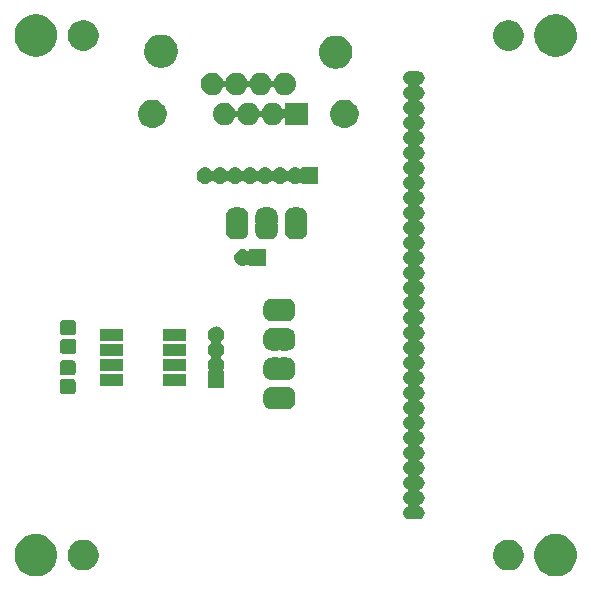
<source format=gbr>
G04 #@! TF.GenerationSoftware,KiCad,Pcbnew,5.1.2-f72e74a~84~ubuntu18.04.1*
G04 #@! TF.CreationDate,2019-06-24T22:58:02+09:00*
G04 #@! TF.ProjectId,dentureRS485,64656e74-7572-4655-9253-3438352e6b69,rev?*
G04 #@! TF.SameCoordinates,Original*
G04 #@! TF.FileFunction,Soldermask,Top*
G04 #@! TF.FilePolarity,Negative*
%FSLAX46Y46*%
G04 Gerber Fmt 4.6, Leading zero omitted, Abs format (unit mm)*
G04 Created by KiCad (PCBNEW 5.1.2-f72e74a~84~ubuntu18.04.1) date 2019-06-24 22:58:02*
%MOMM*%
%LPD*%
G04 APERTURE LIST*
%ADD10C,0.100000*%
G04 APERTURE END LIST*
D10*
G36*
X147351163Y-95234587D02*
G01*
X147525041Y-95269173D01*
X147852620Y-95404861D01*
X148147433Y-95601849D01*
X148398151Y-95852567D01*
X148595139Y-96147380D01*
X148730827Y-96474959D01*
X148800000Y-96822716D01*
X148800000Y-97177284D01*
X148730827Y-97525041D01*
X148595139Y-97852620D01*
X148398151Y-98147433D01*
X148147433Y-98398151D01*
X147852620Y-98595139D01*
X147525041Y-98730827D01*
X147351162Y-98765414D01*
X147177286Y-98800000D01*
X146822714Y-98800000D01*
X146648837Y-98765413D01*
X146474959Y-98730827D01*
X146147380Y-98595139D01*
X145852567Y-98398151D01*
X145601849Y-98147433D01*
X145404861Y-97852620D01*
X145269173Y-97525041D01*
X145200000Y-97177284D01*
X145200000Y-96822716D01*
X145269173Y-96474959D01*
X145404861Y-96147380D01*
X145601849Y-95852567D01*
X145852567Y-95601849D01*
X146147380Y-95404861D01*
X146474959Y-95269173D01*
X146648838Y-95234586D01*
X146822714Y-95200000D01*
X147177286Y-95200000D01*
X147351163Y-95234587D01*
X147351163Y-95234587D01*
G37*
G36*
X103351163Y-95234587D02*
G01*
X103525041Y-95269173D01*
X103852620Y-95404861D01*
X104147433Y-95601849D01*
X104398151Y-95852567D01*
X104595139Y-96147380D01*
X104730827Y-96474959D01*
X104800000Y-96822716D01*
X104800000Y-97177284D01*
X104730827Y-97525041D01*
X104595139Y-97852620D01*
X104398151Y-98147433D01*
X104147433Y-98398151D01*
X103852620Y-98595139D01*
X103525041Y-98730827D01*
X103351162Y-98765414D01*
X103177286Y-98800000D01*
X102822714Y-98800000D01*
X102648837Y-98765413D01*
X102474959Y-98730827D01*
X102147380Y-98595139D01*
X101852567Y-98398151D01*
X101601849Y-98147433D01*
X101404861Y-97852620D01*
X101269173Y-97525041D01*
X101200000Y-97177284D01*
X101200000Y-96822716D01*
X101269173Y-96474959D01*
X101404861Y-96147380D01*
X101601849Y-95852567D01*
X101852567Y-95601849D01*
X102147380Y-95404861D01*
X102474959Y-95269173D01*
X102648838Y-95234586D01*
X102822714Y-95200000D01*
X103177286Y-95200000D01*
X103351163Y-95234587D01*
X103351163Y-95234587D01*
G37*
G36*
X143253617Y-95724979D02*
G01*
X143379196Y-95749958D01*
X143615781Y-95847955D01*
X143828702Y-95990224D01*
X144009776Y-96171298D01*
X144152045Y-96384219D01*
X144250042Y-96620804D01*
X144300000Y-96871961D01*
X144300000Y-97128039D01*
X144250042Y-97379196D01*
X144152045Y-97615781D01*
X144009776Y-97828702D01*
X143828702Y-98009776D01*
X143615781Y-98152045D01*
X143379196Y-98250042D01*
X143128040Y-98300000D01*
X142871960Y-98300000D01*
X142746383Y-98275021D01*
X142620804Y-98250042D01*
X142384219Y-98152045D01*
X142171298Y-98009776D01*
X141990224Y-97828702D01*
X141847955Y-97615781D01*
X141749958Y-97379196D01*
X141700000Y-97128039D01*
X141700000Y-96871961D01*
X141749958Y-96620804D01*
X141847955Y-96384219D01*
X141990224Y-96171298D01*
X142171298Y-95990224D01*
X142384219Y-95847955D01*
X142620804Y-95749958D01*
X142746383Y-95724979D01*
X142871960Y-95700000D01*
X143128040Y-95700000D01*
X143253617Y-95724979D01*
X143253617Y-95724979D01*
G37*
G36*
X107253617Y-95724979D02*
G01*
X107379196Y-95749958D01*
X107615781Y-95847955D01*
X107828702Y-95990224D01*
X108009776Y-96171298D01*
X108152045Y-96384219D01*
X108250042Y-96620804D01*
X108300000Y-96871961D01*
X108300000Y-97128039D01*
X108250042Y-97379196D01*
X108152045Y-97615781D01*
X108009776Y-97828702D01*
X107828702Y-98009776D01*
X107615781Y-98152045D01*
X107379196Y-98250042D01*
X107128040Y-98300000D01*
X106871960Y-98300000D01*
X106746383Y-98275021D01*
X106620804Y-98250042D01*
X106384219Y-98152045D01*
X106171298Y-98009776D01*
X105990224Y-97828702D01*
X105847955Y-97615781D01*
X105749958Y-97379196D01*
X105700000Y-97128039D01*
X105700000Y-96871961D01*
X105749958Y-96620804D01*
X105847955Y-96384219D01*
X105990224Y-96171298D01*
X106171298Y-95990224D01*
X106384219Y-95847955D01*
X106620804Y-95749958D01*
X106746383Y-95724979D01*
X106871960Y-95700000D01*
X107128040Y-95700000D01*
X107253617Y-95724979D01*
X107253617Y-95724979D01*
G37*
G36*
X135403952Y-56037653D02*
G01*
X135457819Y-56042958D01*
X135534518Y-56066225D01*
X135561498Y-56074409D01*
X135657038Y-56125476D01*
X135740790Y-56194210D01*
X135809524Y-56277962D01*
X135860591Y-56373502D01*
X135860592Y-56373506D01*
X135892042Y-56477181D01*
X135902661Y-56585000D01*
X135892042Y-56692819D01*
X135868775Y-56769518D01*
X135860591Y-56796498D01*
X135809524Y-56892038D01*
X135809522Y-56892041D01*
X135809521Y-56892042D01*
X135740790Y-56975790D01*
X135704427Y-57005633D01*
X135657038Y-57044524D01*
X135561498Y-57095591D01*
X135545700Y-57100383D01*
X135523061Y-57109761D01*
X135502687Y-57123374D01*
X135485360Y-57140701D01*
X135471746Y-57161076D01*
X135462369Y-57183714D01*
X135457588Y-57207748D01*
X135457588Y-57232252D01*
X135462368Y-57256285D01*
X135471746Y-57278924D01*
X135485359Y-57299298D01*
X135502686Y-57316625D01*
X135523061Y-57330239D01*
X135545700Y-57339617D01*
X135561498Y-57344409D01*
X135657038Y-57395476D01*
X135740790Y-57464210D01*
X135809524Y-57547962D01*
X135860591Y-57643502D01*
X135860592Y-57643506D01*
X135892042Y-57747181D01*
X135902661Y-57855000D01*
X135892042Y-57962819D01*
X135876913Y-58012692D01*
X135860591Y-58066498D01*
X135809524Y-58162038D01*
X135740790Y-58245790D01*
X135657038Y-58314524D01*
X135561498Y-58365591D01*
X135545700Y-58370383D01*
X135523061Y-58379761D01*
X135502687Y-58393374D01*
X135485360Y-58410701D01*
X135471746Y-58431076D01*
X135462369Y-58453714D01*
X135457588Y-58477748D01*
X135457588Y-58502252D01*
X135462368Y-58526285D01*
X135471746Y-58548924D01*
X135485359Y-58569298D01*
X135502686Y-58586625D01*
X135523061Y-58600239D01*
X135545700Y-58609617D01*
X135561498Y-58614409D01*
X135657038Y-58665476D01*
X135657041Y-58665478D01*
X135657042Y-58665479D01*
X135730430Y-58725708D01*
X135740790Y-58734210D01*
X135809524Y-58817962D01*
X135860591Y-58913502D01*
X135860592Y-58913506D01*
X135892042Y-59017181D01*
X135902661Y-59125000D01*
X135892042Y-59232819D01*
X135868775Y-59309518D01*
X135860591Y-59336498D01*
X135809524Y-59432038D01*
X135809522Y-59432041D01*
X135809521Y-59432042D01*
X135740790Y-59515790D01*
X135704427Y-59545633D01*
X135657038Y-59584524D01*
X135561498Y-59635591D01*
X135545700Y-59640383D01*
X135523061Y-59649761D01*
X135502687Y-59663374D01*
X135485360Y-59680701D01*
X135471746Y-59701076D01*
X135462369Y-59723714D01*
X135457588Y-59747748D01*
X135457588Y-59772252D01*
X135462368Y-59796285D01*
X135471746Y-59818924D01*
X135485359Y-59839298D01*
X135502686Y-59856625D01*
X135523061Y-59870239D01*
X135545700Y-59879617D01*
X135561498Y-59884409D01*
X135657038Y-59935476D01*
X135740790Y-60004210D01*
X135809524Y-60087962D01*
X135860591Y-60183502D01*
X135860592Y-60183506D01*
X135892042Y-60287181D01*
X135902661Y-60395000D01*
X135892042Y-60502819D01*
X135876913Y-60552692D01*
X135860591Y-60606498D01*
X135809524Y-60702038D01*
X135809522Y-60702041D01*
X135809521Y-60702042D01*
X135809041Y-60702627D01*
X135740790Y-60785790D01*
X135657038Y-60854524D01*
X135561498Y-60905591D01*
X135545700Y-60910383D01*
X135523061Y-60919761D01*
X135502687Y-60933374D01*
X135485360Y-60950701D01*
X135471746Y-60971076D01*
X135462369Y-60993714D01*
X135457588Y-61017748D01*
X135457588Y-61042252D01*
X135462368Y-61066285D01*
X135471746Y-61088924D01*
X135485359Y-61109298D01*
X135502686Y-61126625D01*
X135523061Y-61140239D01*
X135545700Y-61149617D01*
X135561498Y-61154409D01*
X135657038Y-61205476D01*
X135740790Y-61274210D01*
X135809524Y-61357962D01*
X135860591Y-61453502D01*
X135860592Y-61453506D01*
X135892042Y-61557181D01*
X135902661Y-61665000D01*
X135892042Y-61772819D01*
X135868775Y-61849518D01*
X135860591Y-61876498D01*
X135809524Y-61972038D01*
X135740790Y-62055790D01*
X135657038Y-62124524D01*
X135561498Y-62175591D01*
X135545700Y-62180383D01*
X135523061Y-62189761D01*
X135502687Y-62203374D01*
X135485360Y-62220701D01*
X135471746Y-62241076D01*
X135462369Y-62263714D01*
X135457588Y-62287748D01*
X135457588Y-62312252D01*
X135462368Y-62336285D01*
X135471746Y-62358924D01*
X135485359Y-62379298D01*
X135502686Y-62396625D01*
X135523061Y-62410239D01*
X135545700Y-62419617D01*
X135561498Y-62424409D01*
X135657038Y-62475476D01*
X135740790Y-62544210D01*
X135809524Y-62627962D01*
X135860591Y-62723502D01*
X135860592Y-62723506D01*
X135892042Y-62827181D01*
X135902661Y-62935000D01*
X135892042Y-63042819D01*
X135868775Y-63119518D01*
X135860591Y-63146498D01*
X135809524Y-63242038D01*
X135740790Y-63325790D01*
X135657038Y-63394524D01*
X135561498Y-63445591D01*
X135545700Y-63450383D01*
X135523061Y-63459761D01*
X135502687Y-63473374D01*
X135485360Y-63490701D01*
X135471746Y-63511076D01*
X135462369Y-63533714D01*
X135457588Y-63557748D01*
X135457588Y-63582252D01*
X135462368Y-63606285D01*
X135471746Y-63628924D01*
X135485359Y-63649298D01*
X135502686Y-63666625D01*
X135523061Y-63680239D01*
X135545700Y-63689617D01*
X135561498Y-63694409D01*
X135657038Y-63745476D01*
X135740790Y-63814210D01*
X135809524Y-63897962D01*
X135860591Y-63993502D01*
X135860592Y-63993506D01*
X135892042Y-64097181D01*
X135902661Y-64205000D01*
X135892042Y-64312819D01*
X135868775Y-64389518D01*
X135860591Y-64416498D01*
X135809524Y-64512038D01*
X135740790Y-64595790D01*
X135657038Y-64664524D01*
X135561498Y-64715591D01*
X135545700Y-64720383D01*
X135523061Y-64729761D01*
X135502687Y-64743374D01*
X135485360Y-64760701D01*
X135471746Y-64781076D01*
X135462369Y-64803714D01*
X135457588Y-64827748D01*
X135457588Y-64852252D01*
X135462368Y-64876285D01*
X135471746Y-64898924D01*
X135485359Y-64919298D01*
X135502686Y-64936625D01*
X135523061Y-64950239D01*
X135545700Y-64959617D01*
X135561498Y-64964409D01*
X135657038Y-65015476D01*
X135740790Y-65084210D01*
X135809524Y-65167962D01*
X135860591Y-65263502D01*
X135860592Y-65263506D01*
X135892042Y-65367181D01*
X135902661Y-65475000D01*
X135892042Y-65582819D01*
X135868775Y-65659518D01*
X135860591Y-65686498D01*
X135809524Y-65782038D01*
X135740790Y-65865790D01*
X135657038Y-65934524D01*
X135561498Y-65985591D01*
X135545700Y-65990383D01*
X135523061Y-65999761D01*
X135502687Y-66013374D01*
X135485360Y-66030701D01*
X135471746Y-66051076D01*
X135462369Y-66073714D01*
X135457588Y-66097748D01*
X135457588Y-66122252D01*
X135462368Y-66146285D01*
X135471746Y-66168924D01*
X135485359Y-66189298D01*
X135502686Y-66206625D01*
X135523061Y-66220239D01*
X135545700Y-66229617D01*
X135561498Y-66234409D01*
X135657038Y-66285476D01*
X135740790Y-66354210D01*
X135809524Y-66437962D01*
X135860591Y-66533502D01*
X135860592Y-66533506D01*
X135892042Y-66637181D01*
X135902661Y-66745000D01*
X135892042Y-66852819D01*
X135868775Y-66929518D01*
X135860591Y-66956498D01*
X135809524Y-67052038D01*
X135740790Y-67135790D01*
X135657038Y-67204524D01*
X135561498Y-67255591D01*
X135545700Y-67260383D01*
X135523061Y-67269761D01*
X135502687Y-67283374D01*
X135485360Y-67300701D01*
X135471746Y-67321076D01*
X135462369Y-67343714D01*
X135457588Y-67367748D01*
X135457588Y-67392252D01*
X135462368Y-67416285D01*
X135471746Y-67438924D01*
X135485359Y-67459298D01*
X135502686Y-67476625D01*
X135523061Y-67490239D01*
X135545700Y-67499617D01*
X135561498Y-67504409D01*
X135657038Y-67555476D01*
X135740790Y-67624210D01*
X135809524Y-67707962D01*
X135860591Y-67803502D01*
X135863744Y-67813897D01*
X135892042Y-67907181D01*
X135902661Y-68015000D01*
X135892042Y-68122819D01*
X135875047Y-68178842D01*
X135860591Y-68226498D01*
X135809524Y-68322038D01*
X135740790Y-68405790D01*
X135657038Y-68474524D01*
X135561498Y-68525591D01*
X135545700Y-68530383D01*
X135523061Y-68539761D01*
X135502687Y-68553374D01*
X135485360Y-68570701D01*
X135471746Y-68591076D01*
X135462369Y-68613714D01*
X135457588Y-68637748D01*
X135457588Y-68662252D01*
X135462368Y-68686285D01*
X135471746Y-68708924D01*
X135485359Y-68729298D01*
X135502686Y-68746625D01*
X135523061Y-68760239D01*
X135545700Y-68769617D01*
X135561498Y-68774409D01*
X135657038Y-68825476D01*
X135657041Y-68825478D01*
X135657042Y-68825479D01*
X135740790Y-68894210D01*
X135806411Y-68974168D01*
X135809524Y-68977962D01*
X135860591Y-69073502D01*
X135860592Y-69073506D01*
X135892042Y-69177181D01*
X135902661Y-69285000D01*
X135892042Y-69392819D01*
X135868775Y-69469518D01*
X135860591Y-69496498D01*
X135809524Y-69592038D01*
X135740790Y-69675790D01*
X135657038Y-69744524D01*
X135561498Y-69795591D01*
X135545700Y-69800383D01*
X135523061Y-69809761D01*
X135502687Y-69823374D01*
X135485360Y-69840701D01*
X135471746Y-69861076D01*
X135462369Y-69883714D01*
X135457588Y-69907748D01*
X135457588Y-69932252D01*
X135462368Y-69956285D01*
X135471746Y-69978924D01*
X135485359Y-69999298D01*
X135502686Y-70016625D01*
X135523061Y-70030239D01*
X135545700Y-70039617D01*
X135561498Y-70044409D01*
X135657038Y-70095476D01*
X135657041Y-70095478D01*
X135657042Y-70095479D01*
X135740790Y-70164210D01*
X135772414Y-70202743D01*
X135809524Y-70247962D01*
X135860591Y-70343502D01*
X135860592Y-70343506D01*
X135892042Y-70447181D01*
X135902661Y-70555000D01*
X135892042Y-70662819D01*
X135868775Y-70739518D01*
X135860591Y-70766498D01*
X135809524Y-70862038D01*
X135740790Y-70945790D01*
X135657038Y-71014524D01*
X135561498Y-71065591D01*
X135545700Y-71070383D01*
X135523061Y-71079761D01*
X135502687Y-71093374D01*
X135485360Y-71110701D01*
X135471746Y-71131076D01*
X135462369Y-71153714D01*
X135457588Y-71177748D01*
X135457588Y-71202252D01*
X135462368Y-71226285D01*
X135471746Y-71248924D01*
X135485359Y-71269298D01*
X135502686Y-71286625D01*
X135523061Y-71300239D01*
X135545700Y-71309617D01*
X135561498Y-71314409D01*
X135657038Y-71365476D01*
X135740790Y-71434210D01*
X135809524Y-71517962D01*
X135860591Y-71613502D01*
X135860592Y-71613506D01*
X135892042Y-71717181D01*
X135902661Y-71825000D01*
X135892042Y-71932819D01*
X135886702Y-71950422D01*
X135860591Y-72036498D01*
X135809524Y-72132038D01*
X135809522Y-72132041D01*
X135809521Y-72132042D01*
X135740790Y-72215790D01*
X135657038Y-72284524D01*
X135561498Y-72335591D01*
X135545700Y-72340383D01*
X135523061Y-72349761D01*
X135502687Y-72363374D01*
X135485360Y-72380701D01*
X135471746Y-72401076D01*
X135462369Y-72423714D01*
X135457588Y-72447748D01*
X135457588Y-72472252D01*
X135462368Y-72496285D01*
X135471746Y-72518924D01*
X135485359Y-72539298D01*
X135502686Y-72556625D01*
X135523061Y-72570239D01*
X135545700Y-72579617D01*
X135561498Y-72584409D01*
X135657038Y-72635476D01*
X135740790Y-72704210D01*
X135809524Y-72787962D01*
X135860591Y-72883502D01*
X135860592Y-72883506D01*
X135892042Y-72987181D01*
X135902661Y-73095000D01*
X135892042Y-73202819D01*
X135868775Y-73279518D01*
X135860591Y-73306498D01*
X135809524Y-73402038D01*
X135740790Y-73485790D01*
X135657038Y-73554524D01*
X135561498Y-73605591D01*
X135545700Y-73610383D01*
X135523061Y-73619761D01*
X135502687Y-73633374D01*
X135485360Y-73650701D01*
X135471746Y-73671076D01*
X135462369Y-73693714D01*
X135457588Y-73717748D01*
X135457588Y-73742252D01*
X135462368Y-73766285D01*
X135471746Y-73788924D01*
X135485359Y-73809298D01*
X135502686Y-73826625D01*
X135523061Y-73840239D01*
X135545700Y-73849617D01*
X135561498Y-73854409D01*
X135657038Y-73905476D01*
X135740790Y-73974210D01*
X135809524Y-74057962D01*
X135860591Y-74153502D01*
X135860592Y-74153506D01*
X135892042Y-74257181D01*
X135902661Y-74365000D01*
X135892042Y-74472819D01*
X135868775Y-74549518D01*
X135860591Y-74576498D01*
X135809524Y-74672038D01*
X135740790Y-74755790D01*
X135657038Y-74824524D01*
X135561498Y-74875591D01*
X135545700Y-74880383D01*
X135523061Y-74889761D01*
X135502687Y-74903374D01*
X135485360Y-74920701D01*
X135471746Y-74941076D01*
X135462369Y-74963714D01*
X135457588Y-74987748D01*
X135457588Y-75012252D01*
X135462368Y-75036285D01*
X135471746Y-75058924D01*
X135485359Y-75079298D01*
X135502686Y-75096625D01*
X135523061Y-75110239D01*
X135545700Y-75119617D01*
X135561498Y-75124409D01*
X135657038Y-75175476D01*
X135657041Y-75175478D01*
X135657042Y-75175479D01*
X135740790Y-75244210D01*
X135802383Y-75319260D01*
X135809524Y-75327962D01*
X135860591Y-75423502D01*
X135866807Y-75443993D01*
X135892042Y-75527181D01*
X135902661Y-75635000D01*
X135892042Y-75742819D01*
X135873252Y-75804761D01*
X135860591Y-75846498D01*
X135809524Y-75942038D01*
X135809522Y-75942041D01*
X135809521Y-75942042D01*
X135785753Y-75971003D01*
X135740790Y-76025790D01*
X135657038Y-76094524D01*
X135561498Y-76145591D01*
X135545700Y-76150383D01*
X135523061Y-76159761D01*
X135502687Y-76173374D01*
X135485360Y-76190701D01*
X135471746Y-76211076D01*
X135462369Y-76233714D01*
X135457588Y-76257748D01*
X135457588Y-76282252D01*
X135462368Y-76306285D01*
X135471746Y-76328924D01*
X135485359Y-76349298D01*
X135502686Y-76366625D01*
X135523061Y-76380239D01*
X135545700Y-76389617D01*
X135561498Y-76394409D01*
X135657038Y-76445476D01*
X135657041Y-76445478D01*
X135657042Y-76445479D01*
X135740790Y-76514210D01*
X135788552Y-76572407D01*
X135809524Y-76597962D01*
X135860591Y-76693502D01*
X135860592Y-76693506D01*
X135892042Y-76797181D01*
X135902661Y-76905000D01*
X135892042Y-77012819D01*
X135877697Y-77060107D01*
X135860591Y-77116498D01*
X135809524Y-77212038D01*
X135809522Y-77212041D01*
X135809521Y-77212042D01*
X135768224Y-77262362D01*
X135740790Y-77295790D01*
X135657038Y-77364524D01*
X135561498Y-77415591D01*
X135545700Y-77420383D01*
X135523061Y-77429761D01*
X135502687Y-77443374D01*
X135485360Y-77460701D01*
X135471746Y-77481076D01*
X135462369Y-77503714D01*
X135457588Y-77527748D01*
X135457588Y-77552252D01*
X135462368Y-77576285D01*
X135471746Y-77598924D01*
X135485359Y-77619298D01*
X135502686Y-77636625D01*
X135523061Y-77650239D01*
X135545700Y-77659617D01*
X135561498Y-77664409D01*
X135657038Y-77715476D01*
X135657041Y-77715478D01*
X135657042Y-77715479D01*
X135740790Y-77784210D01*
X135793060Y-77847900D01*
X135809524Y-77867962D01*
X135860591Y-77963502D01*
X135860592Y-77963506D01*
X135892042Y-78067181D01*
X135902661Y-78175000D01*
X135892042Y-78282819D01*
X135880293Y-78321548D01*
X135860591Y-78386498D01*
X135809524Y-78482038D01*
X135809522Y-78482041D01*
X135809521Y-78482042D01*
X135740790Y-78565790D01*
X135684027Y-78612375D01*
X135657038Y-78634524D01*
X135561498Y-78685591D01*
X135545700Y-78690383D01*
X135523061Y-78699761D01*
X135502687Y-78713374D01*
X135485360Y-78730701D01*
X135471746Y-78751076D01*
X135462369Y-78773714D01*
X135457588Y-78797748D01*
X135457588Y-78822252D01*
X135462368Y-78846285D01*
X135471746Y-78868924D01*
X135485359Y-78889298D01*
X135502686Y-78906625D01*
X135523061Y-78920239D01*
X135545700Y-78929617D01*
X135561498Y-78934409D01*
X135657038Y-78985476D01*
X135657041Y-78985478D01*
X135657042Y-78985479D01*
X135740790Y-79054210D01*
X135793060Y-79117900D01*
X135809524Y-79137962D01*
X135860591Y-79233502D01*
X135860592Y-79233506D01*
X135892042Y-79337181D01*
X135902661Y-79445000D01*
X135892042Y-79552819D01*
X135889831Y-79560107D01*
X135860591Y-79656498D01*
X135809524Y-79752038D01*
X135809522Y-79752041D01*
X135809521Y-79752042D01*
X135740790Y-79835790D01*
X135684027Y-79882375D01*
X135657038Y-79904524D01*
X135561498Y-79955591D01*
X135545700Y-79960383D01*
X135523061Y-79969761D01*
X135502687Y-79983374D01*
X135485360Y-80000701D01*
X135471746Y-80021076D01*
X135462369Y-80043714D01*
X135457588Y-80067748D01*
X135457588Y-80092252D01*
X135462368Y-80116285D01*
X135471746Y-80138924D01*
X135485359Y-80159298D01*
X135502686Y-80176625D01*
X135523061Y-80190239D01*
X135545700Y-80199617D01*
X135561498Y-80204409D01*
X135657038Y-80255476D01*
X135657041Y-80255478D01*
X135657042Y-80255479D01*
X135740790Y-80324210D01*
X135799948Y-80396293D01*
X135809524Y-80407962D01*
X135860591Y-80503502D01*
X135863744Y-80513897D01*
X135892042Y-80607181D01*
X135902661Y-80715000D01*
X135892042Y-80822819D01*
X135884921Y-80846293D01*
X135860591Y-80926498D01*
X135809524Y-81022038D01*
X135809522Y-81022041D01*
X135809521Y-81022042D01*
X135740790Y-81105790D01*
X135684027Y-81152375D01*
X135657038Y-81174524D01*
X135561498Y-81225591D01*
X135545700Y-81230383D01*
X135523061Y-81239761D01*
X135502687Y-81253374D01*
X135485360Y-81270701D01*
X135471746Y-81291076D01*
X135462369Y-81313714D01*
X135457588Y-81337748D01*
X135457588Y-81362252D01*
X135462368Y-81386285D01*
X135471746Y-81408924D01*
X135485359Y-81429298D01*
X135502686Y-81446625D01*
X135523061Y-81460239D01*
X135545700Y-81469617D01*
X135561498Y-81474409D01*
X135657038Y-81525476D01*
X135657041Y-81525478D01*
X135657042Y-81525479D01*
X135740790Y-81594210D01*
X135799138Y-81665306D01*
X135809524Y-81677962D01*
X135860591Y-81773502D01*
X135860592Y-81773506D01*
X135892042Y-81877181D01*
X135902661Y-81985000D01*
X135892042Y-82092819D01*
X135869450Y-82167294D01*
X135860591Y-82196498D01*
X135809524Y-82292038D01*
X135809522Y-82292041D01*
X135809521Y-82292042D01*
X135740790Y-82375790D01*
X135699776Y-82409450D01*
X135657038Y-82444524D01*
X135561498Y-82495591D01*
X135545700Y-82500383D01*
X135523061Y-82509761D01*
X135502687Y-82523374D01*
X135485360Y-82540701D01*
X135471746Y-82561076D01*
X135462369Y-82583714D01*
X135457588Y-82607748D01*
X135457588Y-82632252D01*
X135462368Y-82656285D01*
X135471746Y-82678924D01*
X135485359Y-82699298D01*
X135502686Y-82716625D01*
X135523061Y-82730239D01*
X135545700Y-82739617D01*
X135561498Y-82744409D01*
X135657038Y-82795476D01*
X135657041Y-82795478D01*
X135657042Y-82795479D01*
X135717553Y-82845140D01*
X135740790Y-82864210D01*
X135809524Y-82947962D01*
X135860591Y-83043502D01*
X135860592Y-83043506D01*
X135892042Y-83147181D01*
X135902661Y-83255000D01*
X135892042Y-83362819D01*
X135877629Y-83410331D01*
X135860591Y-83466498D01*
X135809524Y-83562038D01*
X135740790Y-83645790D01*
X135657038Y-83714524D01*
X135561498Y-83765591D01*
X135545700Y-83770383D01*
X135523061Y-83779761D01*
X135502687Y-83793374D01*
X135485360Y-83810701D01*
X135471746Y-83831076D01*
X135462369Y-83853714D01*
X135457588Y-83877748D01*
X135457588Y-83902252D01*
X135462368Y-83926285D01*
X135471746Y-83948924D01*
X135485359Y-83969298D01*
X135502686Y-83986625D01*
X135523061Y-84000239D01*
X135545700Y-84009617D01*
X135561498Y-84014409D01*
X135657038Y-84065476D01*
X135657041Y-84065478D01*
X135657042Y-84065479D01*
X135740790Y-84134210D01*
X135798204Y-84204168D01*
X135809524Y-84217962D01*
X135860591Y-84313502D01*
X135860592Y-84313506D01*
X135892042Y-84417181D01*
X135902661Y-84525000D01*
X135892042Y-84632819D01*
X135885382Y-84654773D01*
X135860591Y-84736498D01*
X135809524Y-84832038D01*
X135740790Y-84915790D01*
X135657038Y-84984524D01*
X135561498Y-85035591D01*
X135545700Y-85040383D01*
X135523061Y-85049761D01*
X135502687Y-85063374D01*
X135485360Y-85080701D01*
X135471746Y-85101076D01*
X135462369Y-85123714D01*
X135457588Y-85147748D01*
X135457588Y-85172252D01*
X135462368Y-85196285D01*
X135471746Y-85218924D01*
X135485359Y-85239298D01*
X135502686Y-85256625D01*
X135523061Y-85270239D01*
X135545700Y-85279617D01*
X135561498Y-85284409D01*
X135657038Y-85335476D01*
X135740790Y-85404210D01*
X135809524Y-85487962D01*
X135860591Y-85583502D01*
X135860592Y-85583506D01*
X135892042Y-85687181D01*
X135902661Y-85795000D01*
X135892042Y-85902819D01*
X135868775Y-85979518D01*
X135860591Y-86006498D01*
X135809524Y-86102038D01*
X135740790Y-86185790D01*
X135657038Y-86254524D01*
X135561498Y-86305591D01*
X135545700Y-86310383D01*
X135523061Y-86319761D01*
X135502687Y-86333374D01*
X135485360Y-86350701D01*
X135471746Y-86371076D01*
X135462369Y-86393714D01*
X135457588Y-86417748D01*
X135457588Y-86442252D01*
X135462368Y-86466285D01*
X135471746Y-86488924D01*
X135485359Y-86509298D01*
X135502686Y-86526625D01*
X135523061Y-86540239D01*
X135545700Y-86549617D01*
X135561498Y-86554409D01*
X135657038Y-86605476D01*
X135740790Y-86674210D01*
X135809524Y-86757962D01*
X135860591Y-86853502D01*
X135860592Y-86853506D01*
X135892042Y-86957181D01*
X135902661Y-87065000D01*
X135892042Y-87172819D01*
X135868775Y-87249518D01*
X135860591Y-87276498D01*
X135809524Y-87372038D01*
X135740790Y-87455790D01*
X135657038Y-87524524D01*
X135561498Y-87575591D01*
X135545700Y-87580383D01*
X135523061Y-87589761D01*
X135502687Y-87603374D01*
X135485360Y-87620701D01*
X135471746Y-87641076D01*
X135462369Y-87663714D01*
X135457588Y-87687748D01*
X135457588Y-87712252D01*
X135462368Y-87736285D01*
X135471746Y-87758924D01*
X135485359Y-87779298D01*
X135502686Y-87796625D01*
X135523061Y-87810239D01*
X135545700Y-87819617D01*
X135561498Y-87824409D01*
X135657038Y-87875476D01*
X135740790Y-87944210D01*
X135809524Y-88027962D01*
X135860591Y-88123502D01*
X135860592Y-88123506D01*
X135892042Y-88227181D01*
X135902661Y-88335000D01*
X135892042Y-88442819D01*
X135868775Y-88519518D01*
X135860591Y-88546498D01*
X135809524Y-88642038D01*
X135740790Y-88725790D01*
X135657038Y-88794524D01*
X135561498Y-88845591D01*
X135545700Y-88850383D01*
X135523061Y-88859761D01*
X135502687Y-88873374D01*
X135485360Y-88890701D01*
X135471746Y-88911076D01*
X135462369Y-88933714D01*
X135457588Y-88957748D01*
X135457588Y-88982252D01*
X135462368Y-89006285D01*
X135471746Y-89028924D01*
X135485359Y-89049298D01*
X135502686Y-89066625D01*
X135523061Y-89080239D01*
X135545700Y-89089617D01*
X135561498Y-89094409D01*
X135657038Y-89145476D01*
X135740790Y-89214210D01*
X135809524Y-89297962D01*
X135860591Y-89393502D01*
X135860592Y-89393506D01*
X135892042Y-89497181D01*
X135902661Y-89605000D01*
X135892042Y-89712819D01*
X135868775Y-89789518D01*
X135860591Y-89816498D01*
X135809524Y-89912038D01*
X135740790Y-89995790D01*
X135657038Y-90064524D01*
X135561498Y-90115591D01*
X135545700Y-90120383D01*
X135523061Y-90129761D01*
X135502687Y-90143374D01*
X135485360Y-90160701D01*
X135471746Y-90181076D01*
X135462369Y-90203714D01*
X135457588Y-90227748D01*
X135457588Y-90252252D01*
X135462368Y-90276285D01*
X135471746Y-90298924D01*
X135485359Y-90319298D01*
X135502686Y-90336625D01*
X135523061Y-90350239D01*
X135545700Y-90359617D01*
X135561498Y-90364409D01*
X135657038Y-90415476D01*
X135740790Y-90484210D01*
X135809524Y-90567962D01*
X135860591Y-90663502D01*
X135860592Y-90663506D01*
X135892042Y-90767181D01*
X135902661Y-90875000D01*
X135892042Y-90982819D01*
X135868775Y-91059518D01*
X135860591Y-91086498D01*
X135809524Y-91182038D01*
X135740790Y-91265790D01*
X135657038Y-91334524D01*
X135561498Y-91385591D01*
X135545700Y-91390383D01*
X135523061Y-91399761D01*
X135502687Y-91413374D01*
X135485360Y-91430701D01*
X135471746Y-91451076D01*
X135462369Y-91473714D01*
X135457588Y-91497748D01*
X135457588Y-91522252D01*
X135462368Y-91546285D01*
X135471746Y-91568924D01*
X135485359Y-91589298D01*
X135502686Y-91606625D01*
X135523061Y-91620239D01*
X135545700Y-91629617D01*
X135561498Y-91634409D01*
X135657038Y-91685476D01*
X135740790Y-91754210D01*
X135809524Y-91837962D01*
X135860591Y-91933502D01*
X135860592Y-91933506D01*
X135892042Y-92037181D01*
X135902661Y-92145000D01*
X135892042Y-92252819D01*
X135868775Y-92329518D01*
X135860591Y-92356498D01*
X135809524Y-92452038D01*
X135740790Y-92535790D01*
X135657038Y-92604524D01*
X135561498Y-92655591D01*
X135545700Y-92660383D01*
X135523061Y-92669761D01*
X135502687Y-92683374D01*
X135485360Y-92700701D01*
X135471746Y-92721076D01*
X135462369Y-92743714D01*
X135457588Y-92767748D01*
X135457588Y-92792252D01*
X135462368Y-92816285D01*
X135471746Y-92838924D01*
X135485359Y-92859298D01*
X135502686Y-92876625D01*
X135523061Y-92890239D01*
X135545700Y-92899617D01*
X135561498Y-92904409D01*
X135657038Y-92955476D01*
X135740790Y-93024210D01*
X135809524Y-93107962D01*
X135860591Y-93203502D01*
X135860592Y-93203506D01*
X135892042Y-93307181D01*
X135902661Y-93415000D01*
X135892042Y-93522819D01*
X135868775Y-93599518D01*
X135860591Y-93626498D01*
X135809524Y-93722038D01*
X135740790Y-93805790D01*
X135657038Y-93874524D01*
X135561498Y-93925591D01*
X135534518Y-93933775D01*
X135457819Y-93957042D01*
X135403952Y-93962347D01*
X135377019Y-93965000D01*
X134622981Y-93965000D01*
X134596048Y-93962347D01*
X134542181Y-93957042D01*
X134465482Y-93933775D01*
X134438502Y-93925591D01*
X134342962Y-93874524D01*
X134259210Y-93805790D01*
X134190476Y-93722038D01*
X134139409Y-93626498D01*
X134131225Y-93599518D01*
X134107958Y-93522819D01*
X134097339Y-93415000D01*
X134107958Y-93307181D01*
X134139408Y-93203506D01*
X134139409Y-93203502D01*
X134190476Y-93107962D01*
X134259210Y-93024210D01*
X134342962Y-92955476D01*
X134438502Y-92904409D01*
X134454300Y-92899617D01*
X134476939Y-92890239D01*
X134497313Y-92876626D01*
X134514640Y-92859299D01*
X134528254Y-92838924D01*
X134537631Y-92816286D01*
X134542412Y-92792252D01*
X134542412Y-92767748D01*
X134537632Y-92743715D01*
X134528254Y-92721076D01*
X134514641Y-92700702D01*
X134497314Y-92683375D01*
X134476939Y-92669761D01*
X134454300Y-92660383D01*
X134438502Y-92655591D01*
X134342962Y-92604524D01*
X134259210Y-92535790D01*
X134190476Y-92452038D01*
X134139409Y-92356498D01*
X134131225Y-92329518D01*
X134107958Y-92252819D01*
X134097339Y-92145000D01*
X134107958Y-92037181D01*
X134139408Y-91933506D01*
X134139409Y-91933502D01*
X134190476Y-91837962D01*
X134259210Y-91754210D01*
X134342962Y-91685476D01*
X134438502Y-91634409D01*
X134454300Y-91629617D01*
X134476939Y-91620239D01*
X134497313Y-91606626D01*
X134514640Y-91589299D01*
X134528254Y-91568924D01*
X134537631Y-91546286D01*
X134542412Y-91522252D01*
X134542412Y-91497748D01*
X134537632Y-91473715D01*
X134528254Y-91451076D01*
X134514641Y-91430702D01*
X134497314Y-91413375D01*
X134476939Y-91399761D01*
X134454300Y-91390383D01*
X134438502Y-91385591D01*
X134342962Y-91334524D01*
X134259210Y-91265790D01*
X134190476Y-91182038D01*
X134139409Y-91086498D01*
X134131225Y-91059518D01*
X134107958Y-90982819D01*
X134097339Y-90875000D01*
X134107958Y-90767181D01*
X134139408Y-90663506D01*
X134139409Y-90663502D01*
X134190476Y-90567962D01*
X134259210Y-90484210D01*
X134342962Y-90415476D01*
X134438502Y-90364409D01*
X134454300Y-90359617D01*
X134476939Y-90350239D01*
X134497313Y-90336626D01*
X134514640Y-90319299D01*
X134528254Y-90298924D01*
X134537631Y-90276286D01*
X134542412Y-90252252D01*
X134542412Y-90227748D01*
X134537632Y-90203715D01*
X134528254Y-90181076D01*
X134514641Y-90160702D01*
X134497314Y-90143375D01*
X134476939Y-90129761D01*
X134454300Y-90120383D01*
X134438502Y-90115591D01*
X134342962Y-90064524D01*
X134259210Y-89995790D01*
X134190476Y-89912038D01*
X134139409Y-89816498D01*
X134131225Y-89789518D01*
X134107958Y-89712819D01*
X134097339Y-89605000D01*
X134107958Y-89497181D01*
X134139408Y-89393506D01*
X134139409Y-89393502D01*
X134190476Y-89297962D01*
X134259210Y-89214210D01*
X134342962Y-89145476D01*
X134438502Y-89094409D01*
X134454300Y-89089617D01*
X134476939Y-89080239D01*
X134497313Y-89066626D01*
X134514640Y-89049299D01*
X134528254Y-89028924D01*
X134537631Y-89006286D01*
X134542412Y-88982252D01*
X134542412Y-88957748D01*
X134537632Y-88933715D01*
X134528254Y-88911076D01*
X134514641Y-88890702D01*
X134497314Y-88873375D01*
X134476939Y-88859761D01*
X134454300Y-88850383D01*
X134438502Y-88845591D01*
X134342962Y-88794524D01*
X134259210Y-88725790D01*
X134190476Y-88642038D01*
X134139409Y-88546498D01*
X134131225Y-88519518D01*
X134107958Y-88442819D01*
X134097339Y-88335000D01*
X134107958Y-88227181D01*
X134139408Y-88123506D01*
X134139409Y-88123502D01*
X134190476Y-88027962D01*
X134259210Y-87944210D01*
X134342962Y-87875476D01*
X134438502Y-87824409D01*
X134454300Y-87819617D01*
X134476939Y-87810239D01*
X134497313Y-87796626D01*
X134514640Y-87779299D01*
X134528254Y-87758924D01*
X134537631Y-87736286D01*
X134542412Y-87712252D01*
X134542412Y-87687748D01*
X134537632Y-87663715D01*
X134528254Y-87641076D01*
X134514641Y-87620702D01*
X134497314Y-87603375D01*
X134476939Y-87589761D01*
X134454300Y-87580383D01*
X134438502Y-87575591D01*
X134342962Y-87524524D01*
X134259210Y-87455790D01*
X134190476Y-87372038D01*
X134139409Y-87276498D01*
X134131225Y-87249518D01*
X134107958Y-87172819D01*
X134097339Y-87065000D01*
X134107958Y-86957181D01*
X134139408Y-86853506D01*
X134139409Y-86853502D01*
X134190476Y-86757962D01*
X134259210Y-86674210D01*
X134342962Y-86605476D01*
X134438502Y-86554409D01*
X134454300Y-86549617D01*
X134476939Y-86540239D01*
X134497313Y-86526626D01*
X134514640Y-86509299D01*
X134528254Y-86488924D01*
X134537631Y-86466286D01*
X134542412Y-86442252D01*
X134542412Y-86417748D01*
X134537632Y-86393715D01*
X134528254Y-86371076D01*
X134514641Y-86350702D01*
X134497314Y-86333375D01*
X134476939Y-86319761D01*
X134454300Y-86310383D01*
X134438502Y-86305591D01*
X134342962Y-86254524D01*
X134259210Y-86185790D01*
X134190476Y-86102038D01*
X134139409Y-86006498D01*
X134131225Y-85979518D01*
X134107958Y-85902819D01*
X134097339Y-85795000D01*
X134107958Y-85687181D01*
X134139408Y-85583506D01*
X134139409Y-85583502D01*
X134190476Y-85487962D01*
X134259210Y-85404210D01*
X134342962Y-85335476D01*
X134438502Y-85284409D01*
X134454300Y-85279617D01*
X134476939Y-85270239D01*
X134497313Y-85256626D01*
X134514640Y-85239299D01*
X134528254Y-85218924D01*
X134537631Y-85196286D01*
X134542412Y-85172252D01*
X134542412Y-85147748D01*
X134537632Y-85123715D01*
X134528254Y-85101076D01*
X134514641Y-85080702D01*
X134497314Y-85063375D01*
X134476939Y-85049761D01*
X134454300Y-85040383D01*
X134438502Y-85035591D01*
X134342962Y-84984524D01*
X134259210Y-84915790D01*
X134190476Y-84832038D01*
X134139409Y-84736498D01*
X134114618Y-84654773D01*
X134107958Y-84632819D01*
X134097339Y-84525000D01*
X134107958Y-84417181D01*
X134139408Y-84313506D01*
X134139409Y-84313502D01*
X134190476Y-84217962D01*
X134201797Y-84204168D01*
X134259210Y-84134210D01*
X134342958Y-84065479D01*
X134342959Y-84065478D01*
X134342962Y-84065476D01*
X134438502Y-84014409D01*
X134454300Y-84009617D01*
X134476939Y-84000239D01*
X134497313Y-83986626D01*
X134514640Y-83969299D01*
X134528254Y-83948924D01*
X134537631Y-83926286D01*
X134542412Y-83902252D01*
X134542412Y-83877748D01*
X134537632Y-83853715D01*
X134528254Y-83831076D01*
X134514641Y-83810702D01*
X134497314Y-83793375D01*
X134476939Y-83779761D01*
X134454300Y-83770383D01*
X134438502Y-83765591D01*
X134342962Y-83714524D01*
X134259210Y-83645790D01*
X134190476Y-83562038D01*
X134139409Y-83466498D01*
X134122371Y-83410331D01*
X134107958Y-83362819D01*
X134097339Y-83255000D01*
X134107958Y-83147181D01*
X134139408Y-83043506D01*
X134139409Y-83043502D01*
X134190476Y-82947962D01*
X134259210Y-82864210D01*
X134282447Y-82845140D01*
X134342958Y-82795479D01*
X134342959Y-82795478D01*
X134342962Y-82795476D01*
X134438502Y-82744409D01*
X134454300Y-82739617D01*
X134476939Y-82730239D01*
X134497313Y-82716626D01*
X134514640Y-82699299D01*
X134528254Y-82678924D01*
X134537631Y-82656286D01*
X134542412Y-82632252D01*
X134542412Y-82607748D01*
X134537632Y-82583715D01*
X134528254Y-82561076D01*
X134514641Y-82540702D01*
X134497314Y-82523375D01*
X134476939Y-82509761D01*
X134454300Y-82500383D01*
X134438502Y-82495591D01*
X134342962Y-82444524D01*
X134300225Y-82409450D01*
X134259210Y-82375790D01*
X134190479Y-82292042D01*
X134190478Y-82292041D01*
X134190476Y-82292038D01*
X134139409Y-82196498D01*
X134130550Y-82167294D01*
X134107958Y-82092819D01*
X134097339Y-81985000D01*
X134107958Y-81877181D01*
X134139408Y-81773506D01*
X134139409Y-81773502D01*
X134190476Y-81677962D01*
X134200863Y-81665306D01*
X134259210Y-81594210D01*
X134342958Y-81525479D01*
X134342959Y-81525478D01*
X134342962Y-81525476D01*
X134438502Y-81474409D01*
X134454300Y-81469617D01*
X134476939Y-81460239D01*
X134497313Y-81446626D01*
X134514640Y-81429299D01*
X134528254Y-81408924D01*
X134537631Y-81386286D01*
X134542412Y-81362252D01*
X134542412Y-81337748D01*
X134537632Y-81313715D01*
X134528254Y-81291076D01*
X134514641Y-81270702D01*
X134497314Y-81253375D01*
X134476939Y-81239761D01*
X134454300Y-81230383D01*
X134438502Y-81225591D01*
X134342962Y-81174524D01*
X134315974Y-81152375D01*
X134259210Y-81105790D01*
X134190479Y-81022042D01*
X134190478Y-81022041D01*
X134190476Y-81022038D01*
X134139409Y-80926498D01*
X134115079Y-80846293D01*
X134107958Y-80822819D01*
X134097339Y-80715000D01*
X134107958Y-80607181D01*
X134136256Y-80513897D01*
X134139409Y-80503502D01*
X134190476Y-80407962D01*
X134200053Y-80396293D01*
X134259210Y-80324210D01*
X134342958Y-80255479D01*
X134342959Y-80255478D01*
X134342962Y-80255476D01*
X134438502Y-80204409D01*
X134454300Y-80199617D01*
X134476939Y-80190239D01*
X134497313Y-80176626D01*
X134514640Y-80159299D01*
X134528254Y-80138924D01*
X134537631Y-80116286D01*
X134542412Y-80092252D01*
X134542412Y-80067748D01*
X134537632Y-80043715D01*
X134528254Y-80021076D01*
X134514641Y-80000702D01*
X134497314Y-79983375D01*
X134476939Y-79969761D01*
X134454300Y-79960383D01*
X134438502Y-79955591D01*
X134342962Y-79904524D01*
X134315974Y-79882375D01*
X134259210Y-79835790D01*
X134190479Y-79752042D01*
X134190478Y-79752041D01*
X134190476Y-79752038D01*
X134139409Y-79656498D01*
X134110169Y-79560107D01*
X134107958Y-79552819D01*
X134097339Y-79445000D01*
X134107958Y-79337181D01*
X134139408Y-79233506D01*
X134139409Y-79233502D01*
X134190476Y-79137962D01*
X134206941Y-79117900D01*
X134259210Y-79054210D01*
X134342958Y-78985479D01*
X134342959Y-78985478D01*
X134342962Y-78985476D01*
X134438502Y-78934409D01*
X134454300Y-78929617D01*
X134476939Y-78920239D01*
X134497313Y-78906626D01*
X134514640Y-78889299D01*
X134528254Y-78868924D01*
X134537631Y-78846286D01*
X134542412Y-78822252D01*
X134542412Y-78797748D01*
X134537632Y-78773715D01*
X134528254Y-78751076D01*
X134514641Y-78730702D01*
X134497314Y-78713375D01*
X134476939Y-78699761D01*
X134454300Y-78690383D01*
X134438502Y-78685591D01*
X134342962Y-78634524D01*
X134315974Y-78612375D01*
X134259210Y-78565790D01*
X134190479Y-78482042D01*
X134190478Y-78482041D01*
X134190476Y-78482038D01*
X134139409Y-78386498D01*
X134119707Y-78321548D01*
X134107958Y-78282819D01*
X134097339Y-78175000D01*
X134107958Y-78067181D01*
X134139408Y-77963506D01*
X134139409Y-77963502D01*
X134190476Y-77867962D01*
X134206941Y-77847900D01*
X134259210Y-77784210D01*
X134342958Y-77715479D01*
X134342959Y-77715478D01*
X134342962Y-77715476D01*
X134438502Y-77664409D01*
X134454300Y-77659617D01*
X134476939Y-77650239D01*
X134497313Y-77636626D01*
X134514640Y-77619299D01*
X134528254Y-77598924D01*
X134537631Y-77576286D01*
X134542412Y-77552252D01*
X134542412Y-77527748D01*
X134537632Y-77503715D01*
X134528254Y-77481076D01*
X134514641Y-77460702D01*
X134497314Y-77443375D01*
X134476939Y-77429761D01*
X134454300Y-77420383D01*
X134438502Y-77415591D01*
X134342962Y-77364524D01*
X134259210Y-77295790D01*
X134231776Y-77262362D01*
X134190479Y-77212042D01*
X134190478Y-77212041D01*
X134190476Y-77212038D01*
X134139409Y-77116498D01*
X134122303Y-77060107D01*
X134107958Y-77012819D01*
X134097339Y-76905000D01*
X134107958Y-76797181D01*
X134139408Y-76693506D01*
X134139409Y-76693502D01*
X134190476Y-76597962D01*
X134211449Y-76572407D01*
X134259210Y-76514210D01*
X134342958Y-76445479D01*
X134342959Y-76445478D01*
X134342962Y-76445476D01*
X134438502Y-76394409D01*
X134454300Y-76389617D01*
X134476939Y-76380239D01*
X134497313Y-76366626D01*
X134514640Y-76349299D01*
X134528254Y-76328924D01*
X134537631Y-76306286D01*
X134542412Y-76282252D01*
X134542412Y-76257748D01*
X134537632Y-76233715D01*
X134528254Y-76211076D01*
X134514641Y-76190702D01*
X134497314Y-76173375D01*
X134476939Y-76159761D01*
X134454300Y-76150383D01*
X134438502Y-76145591D01*
X134342962Y-76094524D01*
X134259210Y-76025790D01*
X134214247Y-75971003D01*
X134190479Y-75942042D01*
X134190478Y-75942041D01*
X134190476Y-75942038D01*
X134139409Y-75846498D01*
X134126748Y-75804761D01*
X134107958Y-75742819D01*
X134097339Y-75635000D01*
X134107958Y-75527181D01*
X134133193Y-75443993D01*
X134139409Y-75423502D01*
X134190476Y-75327962D01*
X134197618Y-75319260D01*
X134259210Y-75244210D01*
X134342958Y-75175479D01*
X134342959Y-75175478D01*
X134342962Y-75175476D01*
X134438502Y-75124409D01*
X134454300Y-75119617D01*
X134476939Y-75110239D01*
X134497313Y-75096626D01*
X134514640Y-75079299D01*
X134528254Y-75058924D01*
X134537631Y-75036286D01*
X134542412Y-75012252D01*
X134542412Y-74987748D01*
X134537632Y-74963715D01*
X134528254Y-74941076D01*
X134514641Y-74920702D01*
X134497314Y-74903375D01*
X134476939Y-74889761D01*
X134454300Y-74880383D01*
X134438502Y-74875591D01*
X134342962Y-74824524D01*
X134259210Y-74755790D01*
X134190476Y-74672038D01*
X134139409Y-74576498D01*
X134131225Y-74549518D01*
X134107958Y-74472819D01*
X134097339Y-74365000D01*
X134107958Y-74257181D01*
X134139408Y-74153506D01*
X134139409Y-74153502D01*
X134190476Y-74057962D01*
X134259210Y-73974210D01*
X134342962Y-73905476D01*
X134438502Y-73854409D01*
X134454300Y-73849617D01*
X134476939Y-73840239D01*
X134497313Y-73826626D01*
X134514640Y-73809299D01*
X134528254Y-73788924D01*
X134537631Y-73766286D01*
X134542412Y-73742252D01*
X134542412Y-73717748D01*
X134537632Y-73693715D01*
X134528254Y-73671076D01*
X134514641Y-73650702D01*
X134497314Y-73633375D01*
X134476939Y-73619761D01*
X134454300Y-73610383D01*
X134438502Y-73605591D01*
X134342962Y-73554524D01*
X134259210Y-73485790D01*
X134190476Y-73402038D01*
X134139409Y-73306498D01*
X134131225Y-73279518D01*
X134107958Y-73202819D01*
X134097339Y-73095000D01*
X134107958Y-72987181D01*
X134139408Y-72883506D01*
X134139409Y-72883502D01*
X134190476Y-72787962D01*
X134259210Y-72704210D01*
X134342962Y-72635476D01*
X134438502Y-72584409D01*
X134454300Y-72579617D01*
X134476939Y-72570239D01*
X134497313Y-72556626D01*
X134514640Y-72539299D01*
X134528254Y-72518924D01*
X134537631Y-72496286D01*
X134542412Y-72472252D01*
X134542412Y-72447748D01*
X134537632Y-72423715D01*
X134528254Y-72401076D01*
X134514641Y-72380702D01*
X134497314Y-72363375D01*
X134476939Y-72349761D01*
X134454300Y-72340383D01*
X134438502Y-72335591D01*
X134342962Y-72284524D01*
X134259210Y-72215790D01*
X134190479Y-72132042D01*
X134190478Y-72132041D01*
X134190476Y-72132038D01*
X134139409Y-72036498D01*
X134113298Y-71950422D01*
X134107958Y-71932819D01*
X134097339Y-71825000D01*
X134107958Y-71717181D01*
X134139408Y-71613506D01*
X134139409Y-71613502D01*
X134190476Y-71517962D01*
X134259210Y-71434210D01*
X134342962Y-71365476D01*
X134438502Y-71314409D01*
X134454300Y-71309617D01*
X134476939Y-71300239D01*
X134497313Y-71286626D01*
X134514640Y-71269299D01*
X134528254Y-71248924D01*
X134537631Y-71226286D01*
X134542412Y-71202252D01*
X134542412Y-71177748D01*
X134537632Y-71153715D01*
X134528254Y-71131076D01*
X134514641Y-71110702D01*
X134497314Y-71093375D01*
X134476939Y-71079761D01*
X134454300Y-71070383D01*
X134438502Y-71065591D01*
X134342962Y-71014524D01*
X134259210Y-70945790D01*
X134190476Y-70862038D01*
X134139409Y-70766498D01*
X134131225Y-70739518D01*
X134107958Y-70662819D01*
X134097339Y-70555000D01*
X134107958Y-70447181D01*
X134139408Y-70343506D01*
X134139409Y-70343502D01*
X134190476Y-70247962D01*
X134227587Y-70202743D01*
X134259210Y-70164210D01*
X134342958Y-70095479D01*
X134342959Y-70095478D01*
X134342962Y-70095476D01*
X134438502Y-70044409D01*
X134454300Y-70039617D01*
X134476939Y-70030239D01*
X134497313Y-70016626D01*
X134514640Y-69999299D01*
X134528254Y-69978924D01*
X134537631Y-69956286D01*
X134542412Y-69932252D01*
X134542412Y-69907748D01*
X134537632Y-69883715D01*
X134528254Y-69861076D01*
X134514641Y-69840702D01*
X134497314Y-69823375D01*
X134476939Y-69809761D01*
X134454300Y-69800383D01*
X134438502Y-69795591D01*
X134342962Y-69744524D01*
X134259210Y-69675790D01*
X134190476Y-69592038D01*
X134139409Y-69496498D01*
X134131225Y-69469518D01*
X134107958Y-69392819D01*
X134097339Y-69285000D01*
X134107958Y-69177181D01*
X134139408Y-69073506D01*
X134139409Y-69073502D01*
X134190476Y-68977962D01*
X134193590Y-68974168D01*
X134259210Y-68894210D01*
X134342958Y-68825479D01*
X134342959Y-68825478D01*
X134342962Y-68825476D01*
X134438502Y-68774409D01*
X134454300Y-68769617D01*
X134476939Y-68760239D01*
X134497313Y-68746626D01*
X134514640Y-68729299D01*
X134528254Y-68708924D01*
X134537631Y-68686286D01*
X134542412Y-68662252D01*
X134542412Y-68637748D01*
X134537632Y-68613715D01*
X134528254Y-68591076D01*
X134514641Y-68570702D01*
X134497314Y-68553375D01*
X134476939Y-68539761D01*
X134454300Y-68530383D01*
X134438502Y-68525591D01*
X134342962Y-68474524D01*
X134259210Y-68405790D01*
X134190476Y-68322038D01*
X134139409Y-68226498D01*
X134124953Y-68178842D01*
X134107958Y-68122819D01*
X134097339Y-68015000D01*
X134107958Y-67907181D01*
X134136256Y-67813897D01*
X134139409Y-67803502D01*
X134190476Y-67707962D01*
X134259210Y-67624210D01*
X134342962Y-67555476D01*
X134438502Y-67504409D01*
X134454300Y-67499617D01*
X134476939Y-67490239D01*
X134497313Y-67476626D01*
X134514640Y-67459299D01*
X134528254Y-67438924D01*
X134537631Y-67416286D01*
X134542412Y-67392252D01*
X134542412Y-67367748D01*
X134537632Y-67343715D01*
X134528254Y-67321076D01*
X134514641Y-67300702D01*
X134497314Y-67283375D01*
X134476939Y-67269761D01*
X134454300Y-67260383D01*
X134438502Y-67255591D01*
X134342962Y-67204524D01*
X134259210Y-67135790D01*
X134190476Y-67052038D01*
X134139409Y-66956498D01*
X134131225Y-66929518D01*
X134107958Y-66852819D01*
X134097339Y-66745000D01*
X134107958Y-66637181D01*
X134139408Y-66533506D01*
X134139409Y-66533502D01*
X134190476Y-66437962D01*
X134259210Y-66354210D01*
X134342962Y-66285476D01*
X134438502Y-66234409D01*
X134454300Y-66229617D01*
X134476939Y-66220239D01*
X134497313Y-66206626D01*
X134514640Y-66189299D01*
X134528254Y-66168924D01*
X134537631Y-66146286D01*
X134542412Y-66122252D01*
X134542412Y-66097748D01*
X134537632Y-66073715D01*
X134528254Y-66051076D01*
X134514641Y-66030702D01*
X134497314Y-66013375D01*
X134476939Y-65999761D01*
X134454300Y-65990383D01*
X134438502Y-65985591D01*
X134342962Y-65934524D01*
X134259210Y-65865790D01*
X134190476Y-65782038D01*
X134139409Y-65686498D01*
X134131225Y-65659518D01*
X134107958Y-65582819D01*
X134097339Y-65475000D01*
X134107958Y-65367181D01*
X134139408Y-65263506D01*
X134139409Y-65263502D01*
X134190476Y-65167962D01*
X134259210Y-65084210D01*
X134342962Y-65015476D01*
X134438502Y-64964409D01*
X134454300Y-64959617D01*
X134476939Y-64950239D01*
X134497313Y-64936626D01*
X134514640Y-64919299D01*
X134528254Y-64898924D01*
X134537631Y-64876286D01*
X134542412Y-64852252D01*
X134542412Y-64827748D01*
X134537632Y-64803715D01*
X134528254Y-64781076D01*
X134514641Y-64760702D01*
X134497314Y-64743375D01*
X134476939Y-64729761D01*
X134454300Y-64720383D01*
X134438502Y-64715591D01*
X134342962Y-64664524D01*
X134259210Y-64595790D01*
X134190476Y-64512038D01*
X134139409Y-64416498D01*
X134131225Y-64389518D01*
X134107958Y-64312819D01*
X134097339Y-64205000D01*
X134107958Y-64097181D01*
X134139408Y-63993506D01*
X134139409Y-63993502D01*
X134190476Y-63897962D01*
X134259210Y-63814210D01*
X134342962Y-63745476D01*
X134438502Y-63694409D01*
X134454300Y-63689617D01*
X134476939Y-63680239D01*
X134497313Y-63666626D01*
X134514640Y-63649299D01*
X134528254Y-63628924D01*
X134537631Y-63606286D01*
X134542412Y-63582252D01*
X134542412Y-63557748D01*
X134537632Y-63533715D01*
X134528254Y-63511076D01*
X134514641Y-63490702D01*
X134497314Y-63473375D01*
X134476939Y-63459761D01*
X134454300Y-63450383D01*
X134438502Y-63445591D01*
X134342962Y-63394524D01*
X134259210Y-63325790D01*
X134190476Y-63242038D01*
X134139409Y-63146498D01*
X134131225Y-63119518D01*
X134107958Y-63042819D01*
X134097339Y-62935000D01*
X134107958Y-62827181D01*
X134139408Y-62723506D01*
X134139409Y-62723502D01*
X134190476Y-62627962D01*
X134259210Y-62544210D01*
X134342962Y-62475476D01*
X134438502Y-62424409D01*
X134454300Y-62419617D01*
X134476939Y-62410239D01*
X134497313Y-62396626D01*
X134514640Y-62379299D01*
X134528254Y-62358924D01*
X134537631Y-62336286D01*
X134542412Y-62312252D01*
X134542412Y-62287748D01*
X134537632Y-62263715D01*
X134528254Y-62241076D01*
X134514641Y-62220702D01*
X134497314Y-62203375D01*
X134476939Y-62189761D01*
X134454300Y-62180383D01*
X134438502Y-62175591D01*
X134342962Y-62124524D01*
X134259210Y-62055790D01*
X134190476Y-61972038D01*
X134139409Y-61876498D01*
X134131225Y-61849518D01*
X134107958Y-61772819D01*
X134097339Y-61665000D01*
X134107958Y-61557181D01*
X134139408Y-61453506D01*
X134139409Y-61453502D01*
X134190476Y-61357962D01*
X134259210Y-61274210D01*
X134342962Y-61205476D01*
X134438502Y-61154409D01*
X134454300Y-61149617D01*
X134476939Y-61140239D01*
X134497313Y-61126626D01*
X134514640Y-61109299D01*
X134528254Y-61088924D01*
X134537631Y-61066286D01*
X134542412Y-61042252D01*
X134542412Y-61017748D01*
X134537632Y-60993715D01*
X134528254Y-60971076D01*
X134514641Y-60950702D01*
X134497314Y-60933375D01*
X134476939Y-60919761D01*
X134454300Y-60910383D01*
X134438502Y-60905591D01*
X134342962Y-60854524D01*
X134259210Y-60785790D01*
X134190959Y-60702627D01*
X134190479Y-60702042D01*
X134190478Y-60702041D01*
X134190476Y-60702038D01*
X134139409Y-60606498D01*
X134123087Y-60552692D01*
X134107958Y-60502819D01*
X134097339Y-60395000D01*
X134107958Y-60287181D01*
X134139408Y-60183506D01*
X134139409Y-60183502D01*
X134190476Y-60087962D01*
X134259210Y-60004210D01*
X134342962Y-59935476D01*
X134438502Y-59884409D01*
X134454300Y-59879617D01*
X134476939Y-59870239D01*
X134497313Y-59856626D01*
X134514640Y-59839299D01*
X134528254Y-59818924D01*
X134537631Y-59796286D01*
X134542412Y-59772252D01*
X134542412Y-59747748D01*
X134537632Y-59723715D01*
X134528254Y-59701076D01*
X134514641Y-59680702D01*
X134497314Y-59663375D01*
X134476939Y-59649761D01*
X134454300Y-59640383D01*
X134438502Y-59635591D01*
X134342962Y-59584524D01*
X134295574Y-59545633D01*
X134259210Y-59515790D01*
X134190479Y-59432042D01*
X134190478Y-59432041D01*
X134190476Y-59432038D01*
X134139409Y-59336498D01*
X134131225Y-59309518D01*
X134107958Y-59232819D01*
X134097339Y-59125000D01*
X134107958Y-59017181D01*
X134139408Y-58913506D01*
X134139409Y-58913502D01*
X134190476Y-58817962D01*
X134259210Y-58734210D01*
X134269570Y-58725708D01*
X134342958Y-58665479D01*
X134342959Y-58665478D01*
X134342962Y-58665476D01*
X134438502Y-58614409D01*
X134454300Y-58609617D01*
X134476939Y-58600239D01*
X134497313Y-58586626D01*
X134514640Y-58569299D01*
X134528254Y-58548924D01*
X134537631Y-58526286D01*
X134542412Y-58502252D01*
X134542412Y-58477748D01*
X134537632Y-58453715D01*
X134528254Y-58431076D01*
X134514641Y-58410702D01*
X134497314Y-58393375D01*
X134476939Y-58379761D01*
X134454300Y-58370383D01*
X134438502Y-58365591D01*
X134342962Y-58314524D01*
X134259210Y-58245790D01*
X134190476Y-58162038D01*
X134139409Y-58066498D01*
X134123087Y-58012692D01*
X134107958Y-57962819D01*
X134097339Y-57855000D01*
X134107958Y-57747181D01*
X134139408Y-57643506D01*
X134139409Y-57643502D01*
X134190476Y-57547962D01*
X134259210Y-57464210D01*
X134342962Y-57395476D01*
X134438502Y-57344409D01*
X134454300Y-57339617D01*
X134476939Y-57330239D01*
X134497313Y-57316626D01*
X134514640Y-57299299D01*
X134528254Y-57278924D01*
X134537631Y-57256286D01*
X134542412Y-57232252D01*
X134542412Y-57207748D01*
X134537632Y-57183715D01*
X134528254Y-57161076D01*
X134514641Y-57140702D01*
X134497314Y-57123375D01*
X134476939Y-57109761D01*
X134454300Y-57100383D01*
X134438502Y-57095591D01*
X134342962Y-57044524D01*
X134295574Y-57005633D01*
X134259210Y-56975790D01*
X134190479Y-56892042D01*
X134190478Y-56892041D01*
X134190476Y-56892038D01*
X134139409Y-56796498D01*
X134131225Y-56769518D01*
X134107958Y-56692819D01*
X134097339Y-56585000D01*
X134107958Y-56477181D01*
X134139408Y-56373506D01*
X134139409Y-56373502D01*
X134190476Y-56277962D01*
X134259210Y-56194210D01*
X134342962Y-56125476D01*
X134438502Y-56074409D01*
X134465482Y-56066225D01*
X134542181Y-56042958D01*
X134596048Y-56037653D01*
X134622981Y-56035000D01*
X135377019Y-56035000D01*
X135403952Y-56037653D01*
X135403952Y-56037653D01*
G37*
G36*
X123498205Y-82756093D02*
G01*
X123535908Y-82767530D01*
X123550078Y-82775104D01*
X123572717Y-82784480D01*
X123596751Y-82789260D01*
X123621255Y-82789260D01*
X123645288Y-82784479D01*
X123667922Y-82775104D01*
X123682092Y-82767530D01*
X123719795Y-82756093D01*
X123765140Y-82751627D01*
X124252860Y-82751627D01*
X124271197Y-82753433D01*
X124283449Y-82754035D01*
X124301869Y-82754035D01*
X124353358Y-82759106D01*
X124437439Y-82775831D01*
X124453403Y-82780674D01*
X124481048Y-82789059D01*
X124481054Y-82789061D01*
X124486960Y-82790853D01*
X124566158Y-82823657D01*
X124611791Y-82848048D01*
X124683076Y-82895679D01*
X124687847Y-82899595D01*
X124687849Y-82899596D01*
X124718303Y-82924589D01*
X124718309Y-82924595D01*
X124723072Y-82928504D01*
X124783696Y-82989128D01*
X124787605Y-82993891D01*
X124787611Y-82993897D01*
X124812604Y-83024351D01*
X124816521Y-83029124D01*
X124864152Y-83100409D01*
X124888543Y-83146042D01*
X124921347Y-83225240D01*
X124923139Y-83231146D01*
X124923141Y-83231152D01*
X124924642Y-83236101D01*
X124936369Y-83274761D01*
X124953094Y-83358842D01*
X124958165Y-83410331D01*
X124958165Y-83428751D01*
X124958767Y-83441003D01*
X124960573Y-83459340D01*
X124960573Y-83947060D01*
X124958767Y-83965397D01*
X124958165Y-83977649D01*
X124958165Y-83996069D01*
X124953094Y-84047558D01*
X124936369Y-84131639D01*
X124934576Y-84137549D01*
X124923141Y-84175248D01*
X124923139Y-84175254D01*
X124921347Y-84181160D01*
X124888543Y-84260358D01*
X124864152Y-84305991D01*
X124816521Y-84377276D01*
X124812605Y-84382047D01*
X124812604Y-84382049D01*
X124787611Y-84412503D01*
X124787605Y-84412509D01*
X124783696Y-84417272D01*
X124723072Y-84477896D01*
X124718309Y-84481805D01*
X124718303Y-84481811D01*
X124687849Y-84506804D01*
X124683076Y-84510721D01*
X124611791Y-84558352D01*
X124566158Y-84582743D01*
X124486960Y-84615547D01*
X124481054Y-84617339D01*
X124481048Y-84617341D01*
X124453403Y-84625726D01*
X124437439Y-84630569D01*
X124353358Y-84647294D01*
X124301869Y-84652365D01*
X124283449Y-84652365D01*
X124271197Y-84652967D01*
X124252860Y-84654773D01*
X123765140Y-84654773D01*
X123719795Y-84650307D01*
X123682092Y-84638870D01*
X123667922Y-84631296D01*
X123645283Y-84621920D01*
X123621249Y-84617140D01*
X123596745Y-84617140D01*
X123572712Y-84621921D01*
X123550078Y-84631296D01*
X123535908Y-84638870D01*
X123498205Y-84650307D01*
X123452860Y-84654773D01*
X122965140Y-84654773D01*
X122946803Y-84652967D01*
X122934551Y-84652365D01*
X122916131Y-84652365D01*
X122864642Y-84647294D01*
X122780561Y-84630569D01*
X122764597Y-84625726D01*
X122736952Y-84617341D01*
X122736946Y-84617339D01*
X122731040Y-84615547D01*
X122651842Y-84582743D01*
X122606209Y-84558352D01*
X122534924Y-84510721D01*
X122530151Y-84506804D01*
X122499697Y-84481811D01*
X122499691Y-84481805D01*
X122494928Y-84477896D01*
X122434304Y-84417272D01*
X122430395Y-84412509D01*
X122430389Y-84412503D01*
X122405396Y-84382049D01*
X122405395Y-84382047D01*
X122401479Y-84377276D01*
X122353848Y-84305991D01*
X122329457Y-84260358D01*
X122296653Y-84181160D01*
X122294861Y-84175254D01*
X122294859Y-84175248D01*
X122283424Y-84137549D01*
X122281631Y-84131639D01*
X122264906Y-84047558D01*
X122259835Y-83996069D01*
X122259835Y-83977649D01*
X122259233Y-83965397D01*
X122257427Y-83947060D01*
X122257427Y-83459340D01*
X122259233Y-83441003D01*
X122259835Y-83428751D01*
X122259835Y-83410331D01*
X122264906Y-83358842D01*
X122281631Y-83274761D01*
X122293358Y-83236101D01*
X122294859Y-83231152D01*
X122294861Y-83231146D01*
X122296653Y-83225240D01*
X122329457Y-83146042D01*
X122353848Y-83100409D01*
X122401479Y-83029124D01*
X122405396Y-83024351D01*
X122430389Y-82993897D01*
X122430395Y-82993891D01*
X122434304Y-82989128D01*
X122494928Y-82928504D01*
X122499691Y-82924595D01*
X122499697Y-82924589D01*
X122530151Y-82899596D01*
X122530153Y-82899595D01*
X122534924Y-82895679D01*
X122606209Y-82848048D01*
X122651842Y-82823657D01*
X122731040Y-82790853D01*
X122736946Y-82789061D01*
X122736952Y-82789059D01*
X122764597Y-82780674D01*
X122780561Y-82775831D01*
X122864642Y-82759106D01*
X122916131Y-82754035D01*
X122934551Y-82754035D01*
X122946803Y-82753433D01*
X122965140Y-82751627D01*
X123452860Y-82751627D01*
X123498205Y-82756093D01*
X123498205Y-82756093D01*
G37*
G36*
X106147622Y-82096217D02*
G01*
X106195585Y-82110766D01*
X106239778Y-82134388D01*
X106278519Y-82166181D01*
X106310312Y-82204922D01*
X106333934Y-82249115D01*
X106348483Y-82297078D01*
X106354000Y-82353091D01*
X106354000Y-83103309D01*
X106348483Y-83159322D01*
X106333934Y-83207285D01*
X106310312Y-83251478D01*
X106278519Y-83290219D01*
X106239778Y-83322012D01*
X106195585Y-83345634D01*
X106147622Y-83360183D01*
X106091609Y-83365700D01*
X105266391Y-83365700D01*
X105210378Y-83360183D01*
X105162415Y-83345634D01*
X105118222Y-83322012D01*
X105079481Y-83290219D01*
X105047688Y-83251478D01*
X105024066Y-83207285D01*
X105009517Y-83159322D01*
X105004000Y-83103309D01*
X105004000Y-82353091D01*
X105009517Y-82297078D01*
X105024066Y-82249115D01*
X105047688Y-82204922D01*
X105079481Y-82166181D01*
X105118222Y-82134388D01*
X105162415Y-82110766D01*
X105210378Y-82096217D01*
X105266391Y-82090700D01*
X106091609Y-82090700D01*
X106147622Y-82096217D01*
X106147622Y-82096217D01*
G37*
G36*
X118396224Y-77653328D02*
G01*
X118528175Y-77693355D01*
X118649781Y-77758355D01*
X118756370Y-77845830D01*
X118843845Y-77952419D01*
X118908845Y-78074025D01*
X118948872Y-78205976D01*
X118962387Y-78343200D01*
X118948872Y-78480424D01*
X118908845Y-78612375D01*
X118843845Y-78733981D01*
X118756370Y-78840570D01*
X118706394Y-78881584D01*
X118689076Y-78898902D01*
X118675462Y-78919276D01*
X118666085Y-78941915D01*
X118661305Y-78965948D01*
X118661305Y-78990453D01*
X118666086Y-79014486D01*
X118675463Y-79037125D01*
X118689077Y-79057499D01*
X118706394Y-79074816D01*
X118756370Y-79115830D01*
X118843845Y-79222419D01*
X118908845Y-79344025D01*
X118948872Y-79475976D01*
X118962387Y-79613200D01*
X118948872Y-79750424D01*
X118908845Y-79882375D01*
X118843845Y-80003981D01*
X118756370Y-80110570D01*
X118706394Y-80151584D01*
X118689076Y-80168902D01*
X118675462Y-80189276D01*
X118666085Y-80211915D01*
X118661305Y-80235948D01*
X118661305Y-80260453D01*
X118666086Y-80284486D01*
X118675463Y-80307125D01*
X118689077Y-80327499D01*
X118706394Y-80344816D01*
X118756370Y-80385830D01*
X118843845Y-80492419D01*
X118908845Y-80614025D01*
X118948872Y-80745976D01*
X118962387Y-80883200D01*
X118948872Y-81020424D01*
X118908845Y-81152375D01*
X118854859Y-81253375D01*
X118846359Y-81269277D01*
X118836981Y-81291916D01*
X118832201Y-81315949D01*
X118832201Y-81340453D01*
X118836981Y-81364486D01*
X118846359Y-81387125D01*
X118859973Y-81407500D01*
X118877300Y-81424827D01*
X118897674Y-81438440D01*
X118920313Y-81447818D01*
X118956598Y-81453200D01*
X118959000Y-81453200D01*
X118959000Y-82853200D01*
X117559000Y-82853200D01*
X117559000Y-81453200D01*
X117561402Y-81453200D01*
X117585788Y-81450798D01*
X117609237Y-81443685D01*
X117630848Y-81432134D01*
X117649790Y-81416589D01*
X117665335Y-81397647D01*
X117676886Y-81376036D01*
X117683999Y-81352587D01*
X117686401Y-81328201D01*
X117683999Y-81303815D01*
X117671641Y-81269277D01*
X117663141Y-81253375D01*
X117609155Y-81152375D01*
X117569128Y-81020424D01*
X117555613Y-80883200D01*
X117569128Y-80745976D01*
X117609155Y-80614025D01*
X117674155Y-80492419D01*
X117761630Y-80385830D01*
X117811606Y-80344816D01*
X117828924Y-80327498D01*
X117842538Y-80307124D01*
X117851915Y-80284485D01*
X117856695Y-80260452D01*
X117856695Y-80235947D01*
X117851914Y-80211914D01*
X117842537Y-80189275D01*
X117828923Y-80168901D01*
X117811606Y-80151584D01*
X117761630Y-80110570D01*
X117674155Y-80003981D01*
X117609155Y-79882375D01*
X117569128Y-79750424D01*
X117555613Y-79613200D01*
X117569128Y-79475976D01*
X117609155Y-79344025D01*
X117674155Y-79222419D01*
X117761630Y-79115830D01*
X117811606Y-79074816D01*
X117828924Y-79057498D01*
X117842538Y-79037124D01*
X117851915Y-79014485D01*
X117856695Y-78990452D01*
X117856695Y-78965947D01*
X117851914Y-78941914D01*
X117842537Y-78919275D01*
X117828923Y-78898901D01*
X117811606Y-78881584D01*
X117761630Y-78840570D01*
X117674155Y-78733981D01*
X117609155Y-78612375D01*
X117569128Y-78480424D01*
X117555613Y-78343200D01*
X117569128Y-78205976D01*
X117609155Y-78074025D01*
X117674155Y-77952419D01*
X117761630Y-77845830D01*
X117868219Y-77758355D01*
X117989825Y-77693355D01*
X118121776Y-77653328D01*
X118224610Y-77643200D01*
X118293390Y-77643200D01*
X118396224Y-77653328D01*
X118396224Y-77653328D01*
G37*
G36*
X110332000Y-82657900D02*
G01*
X108382000Y-82657900D01*
X108382000Y-81657900D01*
X110332000Y-81657900D01*
X110332000Y-82657900D01*
X110332000Y-82657900D01*
G37*
G36*
X115732000Y-82657900D02*
G01*
X113782000Y-82657900D01*
X113782000Y-81657900D01*
X115732000Y-81657900D01*
X115732000Y-82657900D01*
X115732000Y-82657900D01*
G37*
G36*
X123498205Y-80276093D02*
G01*
X123535908Y-80287530D01*
X123550078Y-80295104D01*
X123572717Y-80304480D01*
X123596751Y-80309260D01*
X123621255Y-80309260D01*
X123645288Y-80304479D01*
X123667922Y-80295104D01*
X123682092Y-80287530D01*
X123719795Y-80276093D01*
X123765140Y-80271627D01*
X124252860Y-80271627D01*
X124271197Y-80273433D01*
X124283449Y-80274035D01*
X124301869Y-80274035D01*
X124353358Y-80279106D01*
X124437439Y-80295831D01*
X124453403Y-80300674D01*
X124481048Y-80309059D01*
X124481054Y-80309061D01*
X124486960Y-80310853D01*
X124566158Y-80343657D01*
X124611791Y-80368048D01*
X124683076Y-80415679D01*
X124687847Y-80419595D01*
X124687849Y-80419596D01*
X124718303Y-80444589D01*
X124718309Y-80444595D01*
X124723072Y-80448504D01*
X124783696Y-80509128D01*
X124787605Y-80513891D01*
X124787611Y-80513897D01*
X124793618Y-80521217D01*
X124816521Y-80549124D01*
X124864152Y-80620409D01*
X124888543Y-80666042D01*
X124921347Y-80745240D01*
X124923139Y-80751146D01*
X124923141Y-80751152D01*
X124924642Y-80756101D01*
X124936369Y-80794761D01*
X124953094Y-80878842D01*
X124958165Y-80930331D01*
X124958165Y-80948751D01*
X124958767Y-80961003D01*
X124960573Y-80979340D01*
X124960573Y-81467060D01*
X124958767Y-81485397D01*
X124958165Y-81497649D01*
X124958165Y-81516069D01*
X124953094Y-81567558D01*
X124936369Y-81651639D01*
X124934576Y-81657549D01*
X124923141Y-81695248D01*
X124923139Y-81695254D01*
X124921347Y-81701160D01*
X124888543Y-81780358D01*
X124864152Y-81825991D01*
X124816521Y-81897276D01*
X124812605Y-81902047D01*
X124812604Y-81902049D01*
X124787611Y-81932503D01*
X124787605Y-81932509D01*
X124783696Y-81937272D01*
X124723072Y-81997896D01*
X124718309Y-82001805D01*
X124718303Y-82001811D01*
X124687849Y-82026804D01*
X124683076Y-82030721D01*
X124611791Y-82078352D01*
X124566158Y-82102743D01*
X124486960Y-82135547D01*
X124481054Y-82137339D01*
X124481048Y-82137341D01*
X124457713Y-82144419D01*
X124437439Y-82150569D01*
X124353358Y-82167294D01*
X124301869Y-82172365D01*
X124283449Y-82172365D01*
X124271197Y-82172967D01*
X124252860Y-82174773D01*
X123765140Y-82174773D01*
X123719795Y-82170307D01*
X123682092Y-82158870D01*
X123667922Y-82151296D01*
X123645283Y-82141920D01*
X123621249Y-82137140D01*
X123596745Y-82137140D01*
X123572712Y-82141921D01*
X123550078Y-82151296D01*
X123535908Y-82158870D01*
X123498205Y-82170307D01*
X123452860Y-82174773D01*
X122965140Y-82174773D01*
X122946803Y-82172967D01*
X122934551Y-82172365D01*
X122916131Y-82172365D01*
X122864642Y-82167294D01*
X122780561Y-82150569D01*
X122760287Y-82144419D01*
X122736952Y-82137341D01*
X122736946Y-82137339D01*
X122731040Y-82135547D01*
X122651842Y-82102743D01*
X122606209Y-82078352D01*
X122534924Y-82030721D01*
X122530151Y-82026804D01*
X122499697Y-82001811D01*
X122499691Y-82001805D01*
X122494928Y-81997896D01*
X122434304Y-81937272D01*
X122430395Y-81932509D01*
X122430389Y-81932503D01*
X122405396Y-81902049D01*
X122405395Y-81902047D01*
X122401479Y-81897276D01*
X122353848Y-81825991D01*
X122329457Y-81780358D01*
X122296653Y-81701160D01*
X122294861Y-81695254D01*
X122294859Y-81695248D01*
X122283424Y-81657549D01*
X122281631Y-81651639D01*
X122264906Y-81567558D01*
X122259835Y-81516069D01*
X122259835Y-81497649D01*
X122259233Y-81485397D01*
X122257427Y-81467060D01*
X122257427Y-80979340D01*
X122259233Y-80961003D01*
X122259835Y-80948751D01*
X122259835Y-80930331D01*
X122264906Y-80878842D01*
X122281631Y-80794761D01*
X122293358Y-80756101D01*
X122294859Y-80751152D01*
X122294861Y-80751146D01*
X122296653Y-80745240D01*
X122329457Y-80666042D01*
X122353848Y-80620409D01*
X122401479Y-80549124D01*
X122424382Y-80521217D01*
X122430389Y-80513897D01*
X122430395Y-80513891D01*
X122434304Y-80509128D01*
X122494928Y-80448504D01*
X122499691Y-80444595D01*
X122499697Y-80444589D01*
X122530151Y-80419596D01*
X122530153Y-80419595D01*
X122534924Y-80415679D01*
X122606209Y-80368048D01*
X122651842Y-80343657D01*
X122731040Y-80310853D01*
X122736946Y-80309061D01*
X122736952Y-80309059D01*
X122764597Y-80300674D01*
X122780561Y-80295831D01*
X122864642Y-80279106D01*
X122916131Y-80274035D01*
X122934551Y-80274035D01*
X122946803Y-80273433D01*
X122965140Y-80271627D01*
X123452860Y-80271627D01*
X123498205Y-80276093D01*
X123498205Y-80276093D01*
G37*
G36*
X106147622Y-80521217D02*
G01*
X106195585Y-80535766D01*
X106239778Y-80559388D01*
X106278519Y-80591181D01*
X106310312Y-80629922D01*
X106333934Y-80674115D01*
X106348483Y-80722078D01*
X106354000Y-80778091D01*
X106354000Y-81528309D01*
X106348483Y-81584322D01*
X106333934Y-81632285D01*
X106310312Y-81676478D01*
X106278519Y-81715219D01*
X106239778Y-81747012D01*
X106195585Y-81770634D01*
X106147622Y-81785183D01*
X106091609Y-81790700D01*
X105266391Y-81790700D01*
X105210378Y-81785183D01*
X105162415Y-81770634D01*
X105118222Y-81747012D01*
X105079481Y-81715219D01*
X105047688Y-81676478D01*
X105024066Y-81632285D01*
X105009517Y-81584322D01*
X105004000Y-81528309D01*
X105004000Y-80778091D01*
X105009517Y-80722078D01*
X105024066Y-80674115D01*
X105047688Y-80629922D01*
X105079481Y-80591181D01*
X105118222Y-80559388D01*
X105162415Y-80535766D01*
X105210378Y-80521217D01*
X105266391Y-80515700D01*
X106091609Y-80515700D01*
X106147622Y-80521217D01*
X106147622Y-80521217D01*
G37*
G36*
X115732000Y-81387900D02*
G01*
X113782000Y-81387900D01*
X113782000Y-80387900D01*
X115732000Y-80387900D01*
X115732000Y-81387900D01*
X115732000Y-81387900D01*
G37*
G36*
X110332000Y-81387900D02*
G01*
X108382000Y-81387900D01*
X108382000Y-80387900D01*
X110332000Y-80387900D01*
X110332000Y-81387900D01*
X110332000Y-81387900D01*
G37*
G36*
X110332000Y-80117900D02*
G01*
X108382000Y-80117900D01*
X108382000Y-79117900D01*
X110332000Y-79117900D01*
X110332000Y-80117900D01*
X110332000Y-80117900D01*
G37*
G36*
X115732000Y-80117900D02*
G01*
X113782000Y-80117900D01*
X113782000Y-79117900D01*
X115732000Y-79117900D01*
X115732000Y-80117900D01*
X115732000Y-80117900D01*
G37*
G36*
X106197622Y-78701217D02*
G01*
X106245585Y-78715766D01*
X106289778Y-78739388D01*
X106328519Y-78771181D01*
X106360312Y-78809922D01*
X106383934Y-78854115D01*
X106398483Y-78902078D01*
X106404000Y-78958091D01*
X106404000Y-79708309D01*
X106398483Y-79764322D01*
X106383934Y-79812285D01*
X106360312Y-79856478D01*
X106328519Y-79895219D01*
X106289778Y-79927012D01*
X106245585Y-79950634D01*
X106197622Y-79965183D01*
X106141609Y-79970700D01*
X105316391Y-79970700D01*
X105260378Y-79965183D01*
X105212415Y-79950634D01*
X105168222Y-79927012D01*
X105129481Y-79895219D01*
X105097688Y-79856478D01*
X105074066Y-79812285D01*
X105059517Y-79764322D01*
X105054000Y-79708309D01*
X105054000Y-78958091D01*
X105059517Y-78902078D01*
X105074066Y-78854115D01*
X105097688Y-78809922D01*
X105129481Y-78771181D01*
X105168222Y-78739388D01*
X105212415Y-78715766D01*
X105260378Y-78701217D01*
X105316391Y-78695700D01*
X106141609Y-78695700D01*
X106197622Y-78701217D01*
X106197622Y-78701217D01*
G37*
G36*
X123498205Y-77786093D02*
G01*
X123535908Y-77797530D01*
X123550078Y-77805104D01*
X123572717Y-77814480D01*
X123596751Y-77819260D01*
X123621255Y-77819260D01*
X123645288Y-77814479D01*
X123667922Y-77805104D01*
X123682092Y-77797530D01*
X123719795Y-77786093D01*
X123765140Y-77781627D01*
X124252860Y-77781627D01*
X124271197Y-77783433D01*
X124283449Y-77784035D01*
X124301869Y-77784035D01*
X124353358Y-77789106D01*
X124437439Y-77805831D01*
X124453403Y-77810674D01*
X124481048Y-77819059D01*
X124481054Y-77819061D01*
X124486960Y-77820853D01*
X124566158Y-77853657D01*
X124611791Y-77878048D01*
X124683076Y-77925679D01*
X124687847Y-77929595D01*
X124687849Y-77929596D01*
X124718303Y-77954589D01*
X124718309Y-77954595D01*
X124723072Y-77958504D01*
X124783696Y-78019128D01*
X124787605Y-78023891D01*
X124787611Y-78023897D01*
X124812604Y-78054351D01*
X124816521Y-78059124D01*
X124864152Y-78130409D01*
X124888543Y-78176042D01*
X124921347Y-78255240D01*
X124923139Y-78261146D01*
X124923141Y-78261152D01*
X124929713Y-78282819D01*
X124936369Y-78304761D01*
X124953094Y-78388842D01*
X124958165Y-78440331D01*
X124958165Y-78458751D01*
X124958767Y-78471003D01*
X124960573Y-78489340D01*
X124960573Y-78977060D01*
X124958767Y-78995397D01*
X124958165Y-79007649D01*
X124958165Y-79026069D01*
X124953094Y-79077558D01*
X124936369Y-79161639D01*
X124934576Y-79167549D01*
X124923141Y-79205248D01*
X124923139Y-79205254D01*
X124921347Y-79211160D01*
X124888543Y-79290358D01*
X124864152Y-79335991D01*
X124816521Y-79407276D01*
X124812605Y-79412047D01*
X124812604Y-79412049D01*
X124787611Y-79442503D01*
X124787605Y-79442509D01*
X124783696Y-79447272D01*
X124723072Y-79507896D01*
X124718309Y-79511805D01*
X124718303Y-79511811D01*
X124687849Y-79536804D01*
X124683076Y-79540721D01*
X124611791Y-79588352D01*
X124566158Y-79612743D01*
X124486960Y-79645547D01*
X124481054Y-79647339D01*
X124481048Y-79647341D01*
X124453403Y-79655726D01*
X124437439Y-79660569D01*
X124353358Y-79677294D01*
X124301869Y-79682365D01*
X124283449Y-79682365D01*
X124271197Y-79682967D01*
X124252860Y-79684773D01*
X123765140Y-79684773D01*
X123719795Y-79680307D01*
X123682092Y-79668870D01*
X123667922Y-79661296D01*
X123645283Y-79651920D01*
X123621249Y-79647140D01*
X123596745Y-79647140D01*
X123572712Y-79651921D01*
X123550078Y-79661296D01*
X123535908Y-79668870D01*
X123498205Y-79680307D01*
X123452860Y-79684773D01*
X122965140Y-79684773D01*
X122946803Y-79682967D01*
X122934551Y-79682365D01*
X122916131Y-79682365D01*
X122864642Y-79677294D01*
X122780561Y-79660569D01*
X122764597Y-79655726D01*
X122736952Y-79647341D01*
X122736946Y-79647339D01*
X122731040Y-79645547D01*
X122651842Y-79612743D01*
X122606209Y-79588352D01*
X122534924Y-79540721D01*
X122530151Y-79536804D01*
X122499697Y-79511811D01*
X122499691Y-79511805D01*
X122494928Y-79507896D01*
X122434304Y-79447272D01*
X122430395Y-79442509D01*
X122430389Y-79442503D01*
X122405396Y-79412049D01*
X122405395Y-79412047D01*
X122401479Y-79407276D01*
X122353848Y-79335991D01*
X122329457Y-79290358D01*
X122296653Y-79211160D01*
X122294861Y-79205254D01*
X122294859Y-79205248D01*
X122283424Y-79167549D01*
X122281631Y-79161639D01*
X122264906Y-79077558D01*
X122259835Y-79026069D01*
X122259835Y-79007649D01*
X122259233Y-78995397D01*
X122257427Y-78977060D01*
X122257427Y-78489340D01*
X122259233Y-78471003D01*
X122259835Y-78458751D01*
X122259835Y-78440331D01*
X122264906Y-78388842D01*
X122281631Y-78304761D01*
X122288287Y-78282819D01*
X122294859Y-78261152D01*
X122294861Y-78261146D01*
X122296653Y-78255240D01*
X122329457Y-78176042D01*
X122353848Y-78130409D01*
X122401479Y-78059124D01*
X122405396Y-78054351D01*
X122430389Y-78023897D01*
X122430395Y-78023891D01*
X122434304Y-78019128D01*
X122494928Y-77958504D01*
X122499691Y-77954595D01*
X122499697Y-77954589D01*
X122530151Y-77929596D01*
X122530153Y-77929595D01*
X122534924Y-77925679D01*
X122606209Y-77878048D01*
X122651842Y-77853657D01*
X122731040Y-77820853D01*
X122736946Y-77819061D01*
X122736952Y-77819059D01*
X122764597Y-77810674D01*
X122780561Y-77805831D01*
X122864642Y-77789106D01*
X122916131Y-77784035D01*
X122934551Y-77784035D01*
X122946803Y-77783433D01*
X122965140Y-77781627D01*
X123452860Y-77781627D01*
X123498205Y-77786093D01*
X123498205Y-77786093D01*
G37*
G36*
X110332000Y-78847900D02*
G01*
X108382000Y-78847900D01*
X108382000Y-77847900D01*
X110332000Y-77847900D01*
X110332000Y-78847900D01*
X110332000Y-78847900D01*
G37*
G36*
X115732000Y-78847900D02*
G01*
X113782000Y-78847900D01*
X113782000Y-77847900D01*
X115732000Y-77847900D01*
X115732000Y-78847900D01*
X115732000Y-78847900D01*
G37*
G36*
X106197622Y-77126217D02*
G01*
X106245585Y-77140766D01*
X106289778Y-77164388D01*
X106328519Y-77196181D01*
X106360312Y-77234922D01*
X106383934Y-77279115D01*
X106398483Y-77327078D01*
X106404000Y-77383091D01*
X106404000Y-78133309D01*
X106398483Y-78189322D01*
X106383934Y-78237285D01*
X106360312Y-78281478D01*
X106328519Y-78320219D01*
X106289778Y-78352012D01*
X106245585Y-78375634D01*
X106197622Y-78390183D01*
X106141609Y-78395700D01*
X105316391Y-78395700D01*
X105260378Y-78390183D01*
X105212415Y-78375634D01*
X105168222Y-78352012D01*
X105129481Y-78320219D01*
X105097688Y-78281478D01*
X105074066Y-78237285D01*
X105059517Y-78189322D01*
X105054000Y-78133309D01*
X105054000Y-77383091D01*
X105059517Y-77327078D01*
X105074066Y-77279115D01*
X105097688Y-77234922D01*
X105129481Y-77196181D01*
X105168222Y-77164388D01*
X105212415Y-77140766D01*
X105260378Y-77126217D01*
X105316391Y-77120700D01*
X106141609Y-77120700D01*
X106197622Y-77126217D01*
X106197622Y-77126217D01*
G37*
G36*
X123498205Y-75286093D02*
G01*
X123535908Y-75297530D01*
X123550078Y-75305104D01*
X123572717Y-75314480D01*
X123596751Y-75319260D01*
X123621255Y-75319260D01*
X123645288Y-75314479D01*
X123667922Y-75305104D01*
X123682092Y-75297530D01*
X123719795Y-75286093D01*
X123765140Y-75281627D01*
X124252860Y-75281627D01*
X124271197Y-75283433D01*
X124283449Y-75284035D01*
X124301869Y-75284035D01*
X124353358Y-75289106D01*
X124437439Y-75305831D01*
X124453403Y-75310674D01*
X124481048Y-75319059D01*
X124481054Y-75319061D01*
X124486960Y-75320853D01*
X124566158Y-75353657D01*
X124611791Y-75378048D01*
X124683076Y-75425679D01*
X124687847Y-75429595D01*
X124687849Y-75429596D01*
X124718303Y-75454589D01*
X124718309Y-75454595D01*
X124723072Y-75458504D01*
X124783696Y-75519128D01*
X124787605Y-75523891D01*
X124787611Y-75523897D01*
X124812604Y-75554351D01*
X124816521Y-75559124D01*
X124864152Y-75630409D01*
X124888543Y-75676042D01*
X124921347Y-75755240D01*
X124923139Y-75761146D01*
X124923141Y-75761152D01*
X124924642Y-75766101D01*
X124936369Y-75804761D01*
X124953094Y-75888842D01*
X124958165Y-75940331D01*
X124958165Y-75958751D01*
X124958767Y-75971003D01*
X124960573Y-75989340D01*
X124960573Y-76477060D01*
X124958767Y-76495397D01*
X124958165Y-76507649D01*
X124958165Y-76526069D01*
X124953094Y-76577558D01*
X124936369Y-76661639D01*
X124934576Y-76667549D01*
X124923141Y-76705248D01*
X124923139Y-76705254D01*
X124921347Y-76711160D01*
X124888543Y-76790358D01*
X124864152Y-76835991D01*
X124816521Y-76907276D01*
X124812605Y-76912047D01*
X124812604Y-76912049D01*
X124787611Y-76942503D01*
X124787605Y-76942509D01*
X124783696Y-76947272D01*
X124723072Y-77007896D01*
X124718309Y-77011805D01*
X124718303Y-77011811D01*
X124687849Y-77036804D01*
X124683076Y-77040721D01*
X124611791Y-77088352D01*
X124566158Y-77112743D01*
X124486960Y-77145547D01*
X124481054Y-77147339D01*
X124481048Y-77147341D01*
X124453403Y-77155726D01*
X124437439Y-77160569D01*
X124353358Y-77177294D01*
X124301869Y-77182365D01*
X124283449Y-77182365D01*
X124271197Y-77182967D01*
X124252860Y-77184773D01*
X123765140Y-77184773D01*
X123719795Y-77180307D01*
X123682092Y-77168870D01*
X123667922Y-77161296D01*
X123645283Y-77151920D01*
X123621249Y-77147140D01*
X123596745Y-77147140D01*
X123572712Y-77151921D01*
X123550078Y-77161296D01*
X123535908Y-77168870D01*
X123498205Y-77180307D01*
X123452860Y-77184773D01*
X122965140Y-77184773D01*
X122946803Y-77182967D01*
X122934551Y-77182365D01*
X122916131Y-77182365D01*
X122864642Y-77177294D01*
X122780561Y-77160569D01*
X122764597Y-77155726D01*
X122736952Y-77147341D01*
X122736946Y-77147339D01*
X122731040Y-77145547D01*
X122651842Y-77112743D01*
X122606209Y-77088352D01*
X122534924Y-77040721D01*
X122530151Y-77036804D01*
X122499697Y-77011811D01*
X122499691Y-77011805D01*
X122494928Y-77007896D01*
X122434304Y-76947272D01*
X122430395Y-76942509D01*
X122430389Y-76942503D01*
X122405396Y-76912049D01*
X122405395Y-76912047D01*
X122401479Y-76907276D01*
X122353848Y-76835991D01*
X122329457Y-76790358D01*
X122296653Y-76711160D01*
X122294861Y-76705254D01*
X122294859Y-76705248D01*
X122283424Y-76667549D01*
X122281631Y-76661639D01*
X122264906Y-76577558D01*
X122259835Y-76526069D01*
X122259835Y-76507649D01*
X122259233Y-76495397D01*
X122257427Y-76477060D01*
X122257427Y-75989340D01*
X122259233Y-75971003D01*
X122259835Y-75958751D01*
X122259835Y-75940331D01*
X122264906Y-75888842D01*
X122281631Y-75804761D01*
X122293358Y-75766101D01*
X122294859Y-75761152D01*
X122294861Y-75761146D01*
X122296653Y-75755240D01*
X122329457Y-75676042D01*
X122353848Y-75630409D01*
X122401479Y-75559124D01*
X122405396Y-75554351D01*
X122430389Y-75523897D01*
X122430395Y-75523891D01*
X122434304Y-75519128D01*
X122494928Y-75458504D01*
X122499691Y-75454595D01*
X122499697Y-75454589D01*
X122530151Y-75429596D01*
X122530153Y-75429595D01*
X122534924Y-75425679D01*
X122606209Y-75378048D01*
X122651842Y-75353657D01*
X122731040Y-75320853D01*
X122736946Y-75319061D01*
X122736952Y-75319059D01*
X122764597Y-75310674D01*
X122780561Y-75305831D01*
X122864642Y-75289106D01*
X122916131Y-75284035D01*
X122934551Y-75284035D01*
X122946803Y-75283433D01*
X122965140Y-75281627D01*
X123452860Y-75281627D01*
X123498205Y-75286093D01*
X123498205Y-75286093D01*
G37*
G36*
X120636224Y-71123328D02*
G01*
X120768175Y-71163355D01*
X120885080Y-71225842D01*
X120907716Y-71235219D01*
X120931749Y-71239999D01*
X120956253Y-71239999D01*
X120980286Y-71235219D01*
X121002925Y-71225841D01*
X121023300Y-71212227D01*
X121040627Y-71194900D01*
X121054240Y-71174526D01*
X121063618Y-71151887D01*
X121069000Y-71115602D01*
X121069000Y-71113200D01*
X122469000Y-71113200D01*
X122469000Y-72513200D01*
X121069000Y-72513200D01*
X121069000Y-72510798D01*
X121066598Y-72486412D01*
X121059485Y-72462963D01*
X121047934Y-72441352D01*
X121032389Y-72422410D01*
X121013447Y-72406865D01*
X120991836Y-72395314D01*
X120968387Y-72388201D01*
X120944001Y-72385799D01*
X120919615Y-72388201D01*
X120885079Y-72400558D01*
X120768175Y-72463045D01*
X120636224Y-72503072D01*
X120533390Y-72513200D01*
X120464610Y-72513200D01*
X120361776Y-72503072D01*
X120229825Y-72463045D01*
X120108219Y-72398045D01*
X120001630Y-72310570D01*
X119914155Y-72203981D01*
X119849155Y-72082375D01*
X119809128Y-71950424D01*
X119795613Y-71813200D01*
X119809128Y-71675976D01*
X119849155Y-71544025D01*
X119914155Y-71422419D01*
X120001630Y-71315830D01*
X120108219Y-71228355D01*
X120229825Y-71163355D01*
X120361776Y-71123328D01*
X120464610Y-71113200D01*
X120533390Y-71113200D01*
X120636224Y-71123328D01*
X120636224Y-71123328D01*
G37*
G36*
X125281197Y-67573433D02*
G01*
X125293449Y-67574035D01*
X125311869Y-67574035D01*
X125363358Y-67579106D01*
X125447439Y-67595831D01*
X125463403Y-67600674D01*
X125491048Y-67609059D01*
X125491054Y-67609061D01*
X125496960Y-67610853D01*
X125576158Y-67643657D01*
X125621791Y-67668048D01*
X125693076Y-67715679D01*
X125697847Y-67719595D01*
X125697849Y-67719596D01*
X125728303Y-67744589D01*
X125728309Y-67744595D01*
X125733072Y-67748504D01*
X125793696Y-67809128D01*
X125797605Y-67813891D01*
X125797611Y-67813897D01*
X125822604Y-67844351D01*
X125826521Y-67849124D01*
X125874152Y-67920409D01*
X125898543Y-67966042D01*
X125931347Y-68045240D01*
X125933139Y-68051146D01*
X125933141Y-68051152D01*
X125941526Y-68078797D01*
X125946369Y-68094761D01*
X125963094Y-68178842D01*
X125968165Y-68230331D01*
X125968165Y-68248751D01*
X125968767Y-68261003D01*
X125970573Y-68279340D01*
X125970573Y-68767060D01*
X125966107Y-68812405D01*
X125954670Y-68850108D01*
X125947096Y-68864278D01*
X125937720Y-68886917D01*
X125932940Y-68910951D01*
X125932940Y-68935455D01*
X125937721Y-68959488D01*
X125947096Y-68982122D01*
X125954670Y-68996292D01*
X125966107Y-69033995D01*
X125970573Y-69079340D01*
X125970573Y-69567060D01*
X125968767Y-69585397D01*
X125968165Y-69597649D01*
X125968165Y-69616069D01*
X125963094Y-69667558D01*
X125946369Y-69751639D01*
X125944576Y-69757549D01*
X125933141Y-69795248D01*
X125933139Y-69795254D01*
X125931347Y-69801160D01*
X125898543Y-69880358D01*
X125874152Y-69925991D01*
X125826521Y-69997276D01*
X125822605Y-70002047D01*
X125822604Y-70002049D01*
X125797611Y-70032503D01*
X125797605Y-70032509D01*
X125793696Y-70037272D01*
X125733072Y-70097896D01*
X125728309Y-70101805D01*
X125728303Y-70101811D01*
X125697849Y-70126804D01*
X125693076Y-70130721D01*
X125621791Y-70178352D01*
X125576158Y-70202743D01*
X125496960Y-70235547D01*
X125491054Y-70237339D01*
X125491048Y-70237341D01*
X125463403Y-70245726D01*
X125447439Y-70250569D01*
X125363358Y-70267294D01*
X125311869Y-70272365D01*
X125293449Y-70272365D01*
X125281197Y-70272967D01*
X125262860Y-70274773D01*
X124775140Y-70274773D01*
X124756803Y-70272967D01*
X124744551Y-70272365D01*
X124726131Y-70272365D01*
X124674642Y-70267294D01*
X124590561Y-70250569D01*
X124574597Y-70245726D01*
X124546952Y-70237341D01*
X124546946Y-70237339D01*
X124541040Y-70235547D01*
X124461842Y-70202743D01*
X124416209Y-70178352D01*
X124344924Y-70130721D01*
X124340151Y-70126804D01*
X124309697Y-70101811D01*
X124309691Y-70101805D01*
X124304928Y-70097896D01*
X124244304Y-70037272D01*
X124240395Y-70032509D01*
X124240389Y-70032503D01*
X124215396Y-70002049D01*
X124215395Y-70002047D01*
X124211479Y-69997276D01*
X124163848Y-69925991D01*
X124139457Y-69880358D01*
X124106653Y-69801160D01*
X124104861Y-69795254D01*
X124104859Y-69795248D01*
X124093424Y-69757549D01*
X124091631Y-69751639D01*
X124074906Y-69667558D01*
X124069835Y-69616069D01*
X124069835Y-69597649D01*
X124069233Y-69585397D01*
X124067427Y-69567060D01*
X124067427Y-69079340D01*
X124071893Y-69033995D01*
X124083330Y-68996292D01*
X124090904Y-68982122D01*
X124100280Y-68959483D01*
X124105060Y-68935449D01*
X124105060Y-68910945D01*
X124100279Y-68886912D01*
X124090904Y-68864278D01*
X124083330Y-68850108D01*
X124071893Y-68812405D01*
X124067427Y-68767060D01*
X124067427Y-68279340D01*
X124069233Y-68261003D01*
X124069835Y-68248751D01*
X124069835Y-68230331D01*
X124074906Y-68178842D01*
X124091631Y-68094761D01*
X124096474Y-68078797D01*
X124104859Y-68051152D01*
X124104861Y-68051146D01*
X124106653Y-68045240D01*
X124139457Y-67966042D01*
X124163848Y-67920409D01*
X124211479Y-67849124D01*
X124215396Y-67844351D01*
X124240389Y-67813897D01*
X124240395Y-67813891D01*
X124244304Y-67809128D01*
X124304928Y-67748504D01*
X124309691Y-67744595D01*
X124309697Y-67744589D01*
X124340151Y-67719596D01*
X124340153Y-67719595D01*
X124344924Y-67715679D01*
X124416209Y-67668048D01*
X124461842Y-67643657D01*
X124541040Y-67610853D01*
X124546946Y-67609061D01*
X124546952Y-67609059D01*
X124574597Y-67600674D01*
X124590561Y-67595831D01*
X124674642Y-67579106D01*
X124726131Y-67574035D01*
X124744551Y-67574035D01*
X124756803Y-67573433D01*
X124775140Y-67571627D01*
X125262860Y-67571627D01*
X125281197Y-67573433D01*
X125281197Y-67573433D01*
G37*
G36*
X120301197Y-67573433D02*
G01*
X120313449Y-67574035D01*
X120331869Y-67574035D01*
X120383358Y-67579106D01*
X120467439Y-67595831D01*
X120483403Y-67600674D01*
X120511048Y-67609059D01*
X120511054Y-67609061D01*
X120516960Y-67610853D01*
X120596158Y-67643657D01*
X120641791Y-67668048D01*
X120713076Y-67715679D01*
X120717847Y-67719595D01*
X120717849Y-67719596D01*
X120748303Y-67744589D01*
X120748309Y-67744595D01*
X120753072Y-67748504D01*
X120813696Y-67809128D01*
X120817605Y-67813891D01*
X120817611Y-67813897D01*
X120842604Y-67844351D01*
X120846521Y-67849124D01*
X120894152Y-67920409D01*
X120918543Y-67966042D01*
X120951347Y-68045240D01*
X120953139Y-68051146D01*
X120953141Y-68051152D01*
X120961526Y-68078797D01*
X120966369Y-68094761D01*
X120983094Y-68178842D01*
X120988165Y-68230331D01*
X120988165Y-68248751D01*
X120988767Y-68261003D01*
X120990573Y-68279340D01*
X120990573Y-68767060D01*
X120986107Y-68812405D01*
X120974670Y-68850108D01*
X120967096Y-68864278D01*
X120957720Y-68886917D01*
X120952940Y-68910951D01*
X120952940Y-68935455D01*
X120957721Y-68959488D01*
X120967096Y-68982122D01*
X120974670Y-68996292D01*
X120986107Y-69033995D01*
X120990573Y-69079340D01*
X120990573Y-69567060D01*
X120988767Y-69585397D01*
X120988165Y-69597649D01*
X120988165Y-69616069D01*
X120983094Y-69667558D01*
X120966369Y-69751639D01*
X120964576Y-69757549D01*
X120953141Y-69795248D01*
X120953139Y-69795254D01*
X120951347Y-69801160D01*
X120918543Y-69880358D01*
X120894152Y-69925991D01*
X120846521Y-69997276D01*
X120842605Y-70002047D01*
X120842604Y-70002049D01*
X120817611Y-70032503D01*
X120817605Y-70032509D01*
X120813696Y-70037272D01*
X120753072Y-70097896D01*
X120748309Y-70101805D01*
X120748303Y-70101811D01*
X120717849Y-70126804D01*
X120713076Y-70130721D01*
X120641791Y-70178352D01*
X120596158Y-70202743D01*
X120516960Y-70235547D01*
X120511054Y-70237339D01*
X120511048Y-70237341D01*
X120483403Y-70245726D01*
X120467439Y-70250569D01*
X120383358Y-70267294D01*
X120331869Y-70272365D01*
X120313449Y-70272365D01*
X120301197Y-70272967D01*
X120282860Y-70274773D01*
X119795140Y-70274773D01*
X119776803Y-70272967D01*
X119764551Y-70272365D01*
X119746131Y-70272365D01*
X119694642Y-70267294D01*
X119610561Y-70250569D01*
X119594597Y-70245726D01*
X119566952Y-70237341D01*
X119566946Y-70237339D01*
X119561040Y-70235547D01*
X119481842Y-70202743D01*
X119436209Y-70178352D01*
X119364924Y-70130721D01*
X119360151Y-70126804D01*
X119329697Y-70101811D01*
X119329691Y-70101805D01*
X119324928Y-70097896D01*
X119264304Y-70037272D01*
X119260395Y-70032509D01*
X119260389Y-70032503D01*
X119235396Y-70002049D01*
X119235395Y-70002047D01*
X119231479Y-69997276D01*
X119183848Y-69925991D01*
X119159457Y-69880358D01*
X119126653Y-69801160D01*
X119124861Y-69795254D01*
X119124859Y-69795248D01*
X119113424Y-69757549D01*
X119111631Y-69751639D01*
X119094906Y-69667558D01*
X119089835Y-69616069D01*
X119089835Y-69597649D01*
X119089233Y-69585397D01*
X119087427Y-69567060D01*
X119087427Y-69079340D01*
X119091893Y-69033995D01*
X119103330Y-68996292D01*
X119110904Y-68982122D01*
X119120280Y-68959483D01*
X119125060Y-68935449D01*
X119125060Y-68910945D01*
X119120279Y-68886912D01*
X119110904Y-68864278D01*
X119103330Y-68850108D01*
X119091893Y-68812405D01*
X119087427Y-68767060D01*
X119087427Y-68279340D01*
X119089233Y-68261003D01*
X119089835Y-68248751D01*
X119089835Y-68230331D01*
X119094906Y-68178842D01*
X119111631Y-68094761D01*
X119116474Y-68078797D01*
X119124859Y-68051152D01*
X119124861Y-68051146D01*
X119126653Y-68045240D01*
X119159457Y-67966042D01*
X119183848Y-67920409D01*
X119231479Y-67849124D01*
X119235396Y-67844351D01*
X119260389Y-67813897D01*
X119260395Y-67813891D01*
X119264304Y-67809128D01*
X119324928Y-67748504D01*
X119329691Y-67744595D01*
X119329697Y-67744589D01*
X119360151Y-67719596D01*
X119360153Y-67719595D01*
X119364924Y-67715679D01*
X119436209Y-67668048D01*
X119481842Y-67643657D01*
X119561040Y-67610853D01*
X119566946Y-67609061D01*
X119566952Y-67609059D01*
X119594597Y-67600674D01*
X119610561Y-67595831D01*
X119694642Y-67579106D01*
X119746131Y-67574035D01*
X119764551Y-67574035D01*
X119776803Y-67573433D01*
X119795140Y-67571627D01*
X120282860Y-67571627D01*
X120301197Y-67573433D01*
X120301197Y-67573433D01*
G37*
G36*
X122781197Y-67573433D02*
G01*
X122793449Y-67574035D01*
X122811869Y-67574035D01*
X122863358Y-67579106D01*
X122947439Y-67595831D01*
X122963403Y-67600674D01*
X122991048Y-67609059D01*
X122991054Y-67609061D01*
X122996960Y-67610853D01*
X123076158Y-67643657D01*
X123121791Y-67668048D01*
X123193076Y-67715679D01*
X123197847Y-67719595D01*
X123197849Y-67719596D01*
X123228303Y-67744589D01*
X123228309Y-67744595D01*
X123233072Y-67748504D01*
X123293696Y-67809128D01*
X123297605Y-67813891D01*
X123297611Y-67813897D01*
X123322604Y-67844351D01*
X123326521Y-67849124D01*
X123374152Y-67920409D01*
X123398543Y-67966042D01*
X123431347Y-68045240D01*
X123433139Y-68051146D01*
X123433141Y-68051152D01*
X123441526Y-68078797D01*
X123446369Y-68094761D01*
X123463094Y-68178842D01*
X123468165Y-68230331D01*
X123468165Y-68248751D01*
X123468767Y-68261003D01*
X123470573Y-68279340D01*
X123470573Y-68767060D01*
X123466107Y-68812405D01*
X123454670Y-68850108D01*
X123447096Y-68864278D01*
X123437720Y-68886917D01*
X123432940Y-68910951D01*
X123432940Y-68935455D01*
X123437721Y-68959488D01*
X123447096Y-68982122D01*
X123454670Y-68996292D01*
X123466107Y-69033995D01*
X123470573Y-69079340D01*
X123470573Y-69567060D01*
X123468767Y-69585397D01*
X123468165Y-69597649D01*
X123468165Y-69616069D01*
X123463094Y-69667558D01*
X123446369Y-69751639D01*
X123444576Y-69757549D01*
X123433141Y-69795248D01*
X123433139Y-69795254D01*
X123431347Y-69801160D01*
X123398543Y-69880358D01*
X123374152Y-69925991D01*
X123326521Y-69997276D01*
X123322605Y-70002047D01*
X123322604Y-70002049D01*
X123297611Y-70032503D01*
X123297605Y-70032509D01*
X123293696Y-70037272D01*
X123233072Y-70097896D01*
X123228309Y-70101805D01*
X123228303Y-70101811D01*
X123197849Y-70126804D01*
X123193076Y-70130721D01*
X123121791Y-70178352D01*
X123076158Y-70202743D01*
X122996960Y-70235547D01*
X122991054Y-70237339D01*
X122991048Y-70237341D01*
X122963403Y-70245726D01*
X122947439Y-70250569D01*
X122863358Y-70267294D01*
X122811869Y-70272365D01*
X122793449Y-70272365D01*
X122781197Y-70272967D01*
X122762860Y-70274773D01*
X122275140Y-70274773D01*
X122256803Y-70272967D01*
X122244551Y-70272365D01*
X122226131Y-70272365D01*
X122174642Y-70267294D01*
X122090561Y-70250569D01*
X122074597Y-70245726D01*
X122046952Y-70237341D01*
X122046946Y-70237339D01*
X122041040Y-70235547D01*
X121961842Y-70202743D01*
X121916209Y-70178352D01*
X121844924Y-70130721D01*
X121840151Y-70126804D01*
X121809697Y-70101811D01*
X121809691Y-70101805D01*
X121804928Y-70097896D01*
X121744304Y-70037272D01*
X121740395Y-70032509D01*
X121740389Y-70032503D01*
X121715396Y-70002049D01*
X121715395Y-70002047D01*
X121711479Y-69997276D01*
X121663848Y-69925991D01*
X121639457Y-69880358D01*
X121606653Y-69801160D01*
X121604861Y-69795254D01*
X121604859Y-69795248D01*
X121593424Y-69757549D01*
X121591631Y-69751639D01*
X121574906Y-69667558D01*
X121569835Y-69616069D01*
X121569835Y-69597649D01*
X121569233Y-69585397D01*
X121567427Y-69567060D01*
X121567427Y-69079340D01*
X121571893Y-69033995D01*
X121583330Y-68996292D01*
X121590904Y-68982122D01*
X121600280Y-68959483D01*
X121605060Y-68935449D01*
X121605060Y-68910945D01*
X121600279Y-68886912D01*
X121590904Y-68864278D01*
X121583330Y-68850108D01*
X121571893Y-68812405D01*
X121567427Y-68767060D01*
X121567427Y-68279340D01*
X121569233Y-68261003D01*
X121569835Y-68248751D01*
X121569835Y-68230331D01*
X121574906Y-68178842D01*
X121591631Y-68094761D01*
X121596474Y-68078797D01*
X121604859Y-68051152D01*
X121604861Y-68051146D01*
X121606653Y-68045240D01*
X121639457Y-67966042D01*
X121663848Y-67920409D01*
X121711479Y-67849124D01*
X121715396Y-67844351D01*
X121740389Y-67813897D01*
X121740395Y-67813891D01*
X121744304Y-67809128D01*
X121804928Y-67748504D01*
X121809691Y-67744595D01*
X121809697Y-67744589D01*
X121840151Y-67719596D01*
X121840153Y-67719595D01*
X121844924Y-67715679D01*
X121916209Y-67668048D01*
X121961842Y-67643657D01*
X122041040Y-67610853D01*
X122046946Y-67609061D01*
X122046952Y-67609059D01*
X122074597Y-67600674D01*
X122090561Y-67595831D01*
X122174642Y-67579106D01*
X122226131Y-67574035D01*
X122244551Y-67574035D01*
X122256803Y-67573433D01*
X122275140Y-67571627D01*
X122762860Y-67571627D01*
X122781197Y-67573433D01*
X122781197Y-67573433D01*
G37*
G36*
X117452224Y-64181728D02*
G01*
X117584175Y-64221755D01*
X117705781Y-64286755D01*
X117812370Y-64374230D01*
X117853384Y-64424206D01*
X117870702Y-64441524D01*
X117891076Y-64455138D01*
X117913715Y-64464515D01*
X117937748Y-64469295D01*
X117962253Y-64469295D01*
X117986286Y-64464514D01*
X118008925Y-64455137D01*
X118029299Y-64441523D01*
X118046616Y-64424206D01*
X118087630Y-64374230D01*
X118194219Y-64286755D01*
X118315825Y-64221755D01*
X118447776Y-64181728D01*
X118550610Y-64171600D01*
X118619390Y-64171600D01*
X118722224Y-64181728D01*
X118854175Y-64221755D01*
X118975781Y-64286755D01*
X119082370Y-64374230D01*
X119123384Y-64424206D01*
X119140702Y-64441524D01*
X119161076Y-64455138D01*
X119183715Y-64464515D01*
X119207748Y-64469295D01*
X119232253Y-64469295D01*
X119256286Y-64464514D01*
X119278925Y-64455137D01*
X119299299Y-64441523D01*
X119316616Y-64424206D01*
X119357630Y-64374230D01*
X119464219Y-64286755D01*
X119585825Y-64221755D01*
X119717776Y-64181728D01*
X119820610Y-64171600D01*
X119889390Y-64171600D01*
X119992224Y-64181728D01*
X120124175Y-64221755D01*
X120245781Y-64286755D01*
X120352370Y-64374230D01*
X120393384Y-64424206D01*
X120410702Y-64441524D01*
X120431076Y-64455138D01*
X120453715Y-64464515D01*
X120477748Y-64469295D01*
X120502253Y-64469295D01*
X120526286Y-64464514D01*
X120548925Y-64455137D01*
X120569299Y-64441523D01*
X120586616Y-64424206D01*
X120627630Y-64374230D01*
X120734219Y-64286755D01*
X120855825Y-64221755D01*
X120987776Y-64181728D01*
X121090610Y-64171600D01*
X121159390Y-64171600D01*
X121262224Y-64181728D01*
X121394175Y-64221755D01*
X121515781Y-64286755D01*
X121622370Y-64374230D01*
X121663384Y-64424206D01*
X121680702Y-64441524D01*
X121701076Y-64455138D01*
X121723715Y-64464515D01*
X121747748Y-64469295D01*
X121772253Y-64469295D01*
X121796286Y-64464514D01*
X121818925Y-64455137D01*
X121839299Y-64441523D01*
X121856616Y-64424206D01*
X121897630Y-64374230D01*
X122004219Y-64286755D01*
X122125825Y-64221755D01*
X122257776Y-64181728D01*
X122360610Y-64171600D01*
X122429390Y-64171600D01*
X122532224Y-64181728D01*
X122664175Y-64221755D01*
X122785781Y-64286755D01*
X122892370Y-64374230D01*
X122933384Y-64424206D01*
X122950702Y-64441524D01*
X122971076Y-64455138D01*
X122993715Y-64464515D01*
X123017748Y-64469295D01*
X123042253Y-64469295D01*
X123066286Y-64464514D01*
X123088925Y-64455137D01*
X123109299Y-64441523D01*
X123126616Y-64424206D01*
X123167630Y-64374230D01*
X123274219Y-64286755D01*
X123395825Y-64221755D01*
X123527776Y-64181728D01*
X123630610Y-64171600D01*
X123699390Y-64171600D01*
X123802224Y-64181728D01*
X123934175Y-64221755D01*
X124055781Y-64286755D01*
X124162370Y-64374230D01*
X124203384Y-64424206D01*
X124220702Y-64441524D01*
X124241076Y-64455138D01*
X124263715Y-64464515D01*
X124287748Y-64469295D01*
X124312253Y-64469295D01*
X124336286Y-64464514D01*
X124358925Y-64455137D01*
X124379299Y-64441523D01*
X124396616Y-64424206D01*
X124437630Y-64374230D01*
X124544219Y-64286755D01*
X124665825Y-64221755D01*
X124797776Y-64181728D01*
X124900610Y-64171600D01*
X124969390Y-64171600D01*
X125072224Y-64181728D01*
X125204175Y-64221755D01*
X125321080Y-64284242D01*
X125343716Y-64293619D01*
X125367749Y-64298399D01*
X125392253Y-64298399D01*
X125416286Y-64293619D01*
X125438925Y-64284241D01*
X125459300Y-64270627D01*
X125476627Y-64253300D01*
X125490240Y-64232926D01*
X125499618Y-64210287D01*
X125505000Y-64174002D01*
X125505000Y-64171600D01*
X126905000Y-64171600D01*
X126905000Y-65571600D01*
X125505000Y-65571600D01*
X125505000Y-65569198D01*
X125502598Y-65544812D01*
X125495485Y-65521363D01*
X125483934Y-65499752D01*
X125468389Y-65480810D01*
X125449447Y-65465265D01*
X125427836Y-65453714D01*
X125404387Y-65446601D01*
X125380001Y-65444199D01*
X125355615Y-65446601D01*
X125321079Y-65458958D01*
X125204175Y-65521445D01*
X125072224Y-65561472D01*
X124969390Y-65571600D01*
X124900610Y-65571600D01*
X124797776Y-65561472D01*
X124665825Y-65521445D01*
X124544219Y-65456445D01*
X124437630Y-65368970D01*
X124396616Y-65318994D01*
X124379298Y-65301676D01*
X124358924Y-65288062D01*
X124336285Y-65278685D01*
X124312252Y-65273905D01*
X124287747Y-65273905D01*
X124263714Y-65278686D01*
X124241075Y-65288063D01*
X124220701Y-65301677D01*
X124203384Y-65318994D01*
X124162370Y-65368970D01*
X124055781Y-65456445D01*
X123934175Y-65521445D01*
X123802224Y-65561472D01*
X123699390Y-65571600D01*
X123630610Y-65571600D01*
X123527776Y-65561472D01*
X123395825Y-65521445D01*
X123274219Y-65456445D01*
X123167630Y-65368970D01*
X123126616Y-65318994D01*
X123109298Y-65301676D01*
X123088924Y-65288062D01*
X123066285Y-65278685D01*
X123042252Y-65273905D01*
X123017747Y-65273905D01*
X122993714Y-65278686D01*
X122971075Y-65288063D01*
X122950701Y-65301677D01*
X122933384Y-65318994D01*
X122892370Y-65368970D01*
X122785781Y-65456445D01*
X122664175Y-65521445D01*
X122532224Y-65561472D01*
X122429390Y-65571600D01*
X122360610Y-65571600D01*
X122257776Y-65561472D01*
X122125825Y-65521445D01*
X122004219Y-65456445D01*
X121897630Y-65368970D01*
X121856616Y-65318994D01*
X121839298Y-65301676D01*
X121818924Y-65288062D01*
X121796285Y-65278685D01*
X121772252Y-65273905D01*
X121747747Y-65273905D01*
X121723714Y-65278686D01*
X121701075Y-65288063D01*
X121680701Y-65301677D01*
X121663384Y-65318994D01*
X121622370Y-65368970D01*
X121515781Y-65456445D01*
X121394175Y-65521445D01*
X121262224Y-65561472D01*
X121159390Y-65571600D01*
X121090610Y-65571600D01*
X120987776Y-65561472D01*
X120855825Y-65521445D01*
X120734219Y-65456445D01*
X120627630Y-65368970D01*
X120586616Y-65318994D01*
X120569298Y-65301676D01*
X120548924Y-65288062D01*
X120526285Y-65278685D01*
X120502252Y-65273905D01*
X120477747Y-65273905D01*
X120453714Y-65278686D01*
X120431075Y-65288063D01*
X120410701Y-65301677D01*
X120393384Y-65318994D01*
X120352370Y-65368970D01*
X120245781Y-65456445D01*
X120124175Y-65521445D01*
X119992224Y-65561472D01*
X119889390Y-65571600D01*
X119820610Y-65571600D01*
X119717776Y-65561472D01*
X119585825Y-65521445D01*
X119464219Y-65456445D01*
X119357630Y-65368970D01*
X119316616Y-65318994D01*
X119299298Y-65301676D01*
X119278924Y-65288062D01*
X119256285Y-65278685D01*
X119232252Y-65273905D01*
X119207747Y-65273905D01*
X119183714Y-65278686D01*
X119161075Y-65288063D01*
X119140701Y-65301677D01*
X119123384Y-65318994D01*
X119082370Y-65368970D01*
X118975781Y-65456445D01*
X118854175Y-65521445D01*
X118722224Y-65561472D01*
X118619390Y-65571600D01*
X118550610Y-65571600D01*
X118447776Y-65561472D01*
X118315825Y-65521445D01*
X118194219Y-65456445D01*
X118087630Y-65368970D01*
X118046616Y-65318994D01*
X118029298Y-65301676D01*
X118008924Y-65288062D01*
X117986285Y-65278685D01*
X117962252Y-65273905D01*
X117937747Y-65273905D01*
X117913714Y-65278686D01*
X117891075Y-65288063D01*
X117870701Y-65301677D01*
X117853384Y-65318994D01*
X117812370Y-65368970D01*
X117705781Y-65456445D01*
X117584175Y-65521445D01*
X117452224Y-65561472D01*
X117349390Y-65571600D01*
X117280610Y-65571600D01*
X117177776Y-65561472D01*
X117045825Y-65521445D01*
X116924219Y-65456445D01*
X116817630Y-65368970D01*
X116730155Y-65262381D01*
X116665155Y-65140775D01*
X116625128Y-65008824D01*
X116611613Y-64871600D01*
X116625128Y-64734376D01*
X116665155Y-64602425D01*
X116730155Y-64480819D01*
X116817630Y-64374230D01*
X116924219Y-64286755D01*
X117045825Y-64221755D01*
X117177776Y-64181728D01*
X117280610Y-64171600D01*
X117349390Y-64171600D01*
X117452224Y-64181728D01*
X117452224Y-64181728D01*
G37*
G36*
X129465026Y-58485315D02*
G01*
X129683411Y-58575773D01*
X129683413Y-58575774D01*
X129879955Y-58707099D01*
X130047101Y-58874245D01*
X130142608Y-59017181D01*
X130178427Y-59070789D01*
X130268885Y-59289174D01*
X130315000Y-59521009D01*
X130315000Y-59757391D01*
X130268885Y-59989226D01*
X130178427Y-60207611D01*
X130178426Y-60207613D01*
X130047101Y-60404155D01*
X129879955Y-60571301D01*
X129683413Y-60702626D01*
X129683412Y-60702627D01*
X129683411Y-60702627D01*
X129465026Y-60793085D01*
X129233191Y-60839200D01*
X128996809Y-60839200D01*
X128764974Y-60793085D01*
X128546589Y-60702627D01*
X128546588Y-60702627D01*
X128546587Y-60702626D01*
X128350045Y-60571301D01*
X128182899Y-60404155D01*
X128051574Y-60207613D01*
X128051573Y-60207611D01*
X127961115Y-59989226D01*
X127915000Y-59757391D01*
X127915000Y-59521009D01*
X127961115Y-59289174D01*
X128051573Y-59070789D01*
X128087393Y-59017181D01*
X128182899Y-58874245D01*
X128350045Y-58707099D01*
X128546587Y-58575774D01*
X128546589Y-58575773D01*
X128764974Y-58485315D01*
X128996809Y-58439200D01*
X129233191Y-58439200D01*
X129465026Y-58485315D01*
X129465026Y-58485315D01*
G37*
G36*
X113215026Y-58485315D02*
G01*
X113433411Y-58575773D01*
X113433413Y-58575774D01*
X113629955Y-58707099D01*
X113797101Y-58874245D01*
X113892608Y-59017181D01*
X113928427Y-59070789D01*
X114018885Y-59289174D01*
X114065000Y-59521009D01*
X114065000Y-59757391D01*
X114018885Y-59989226D01*
X113928427Y-60207611D01*
X113928426Y-60207613D01*
X113797101Y-60404155D01*
X113629955Y-60571301D01*
X113433413Y-60702626D01*
X113433412Y-60702627D01*
X113433411Y-60702627D01*
X113215026Y-60793085D01*
X112983191Y-60839200D01*
X112746809Y-60839200D01*
X112514974Y-60793085D01*
X112296589Y-60702627D01*
X112296588Y-60702627D01*
X112296587Y-60702626D01*
X112100045Y-60571301D01*
X111932899Y-60404155D01*
X111801574Y-60207613D01*
X111801573Y-60207611D01*
X111711115Y-59989226D01*
X111665000Y-59757391D01*
X111665000Y-59521009D01*
X111711115Y-59289174D01*
X111801573Y-59070789D01*
X111837393Y-59017181D01*
X111932899Y-58874245D01*
X112100045Y-58707099D01*
X112296587Y-58575774D01*
X112296589Y-58575773D01*
X112514974Y-58485315D01*
X112746809Y-58439200D01*
X112983191Y-58439200D01*
X113215026Y-58485315D01*
X113215026Y-58485315D01*
G37*
G36*
X119133551Y-58707099D02*
G01*
X119227105Y-58725708D01*
X119399994Y-58797321D01*
X119555590Y-58901287D01*
X119687913Y-59033610D01*
X119791879Y-59189206D01*
X119852889Y-59336498D01*
X119854516Y-59340426D01*
X119866067Y-59362037D01*
X119881613Y-59380979D01*
X119900554Y-59396524D01*
X119922165Y-59408075D01*
X119945614Y-59415188D01*
X119970000Y-59417590D01*
X119994386Y-59415188D01*
X120017835Y-59408075D01*
X120039446Y-59396524D01*
X120058388Y-59380978D01*
X120073933Y-59362037D01*
X120085484Y-59340426D01*
X120087111Y-59336498D01*
X120148121Y-59189206D01*
X120252087Y-59033610D01*
X120384410Y-58901287D01*
X120540006Y-58797321D01*
X120712895Y-58725708D01*
X120806449Y-58707099D01*
X120896432Y-58689200D01*
X121083568Y-58689200D01*
X121173551Y-58707099D01*
X121267105Y-58725708D01*
X121439994Y-58797321D01*
X121595590Y-58901287D01*
X121727913Y-59033610D01*
X121831879Y-59189206D01*
X121892889Y-59336498D01*
X121894516Y-59340426D01*
X121906067Y-59362037D01*
X121921613Y-59380979D01*
X121940554Y-59396524D01*
X121962165Y-59408075D01*
X121985614Y-59415188D01*
X122010000Y-59417590D01*
X122034386Y-59415188D01*
X122057835Y-59408075D01*
X122079446Y-59396524D01*
X122098388Y-59380978D01*
X122113933Y-59362037D01*
X122125484Y-59340426D01*
X122127111Y-59336498D01*
X122188121Y-59189206D01*
X122292087Y-59033610D01*
X122424410Y-58901287D01*
X122580006Y-58797321D01*
X122752895Y-58725708D01*
X122846449Y-58707099D01*
X122936432Y-58689200D01*
X123123568Y-58689200D01*
X123213551Y-58707099D01*
X123307105Y-58725708D01*
X123479994Y-58797321D01*
X123635590Y-58901287D01*
X123767913Y-59033610D01*
X123871879Y-59189206D01*
X123879521Y-59207656D01*
X123891069Y-59229258D01*
X123906614Y-59248200D01*
X123925556Y-59263745D01*
X123947167Y-59275296D01*
X123970616Y-59282409D01*
X123995002Y-59284811D01*
X124019388Y-59282409D01*
X124042837Y-59275296D01*
X124064447Y-59263744D01*
X124083389Y-59248199D01*
X124098934Y-59229257D01*
X124110485Y-59207646D01*
X124117598Y-59184197D01*
X124120000Y-59159812D01*
X124120000Y-58689200D01*
X126020000Y-58689200D01*
X126020000Y-60589200D01*
X124120000Y-60589200D01*
X124120000Y-60118588D01*
X124117598Y-60094202D01*
X124110485Y-60070753D01*
X124098934Y-60049142D01*
X124083389Y-60030200D01*
X124064447Y-60014655D01*
X124042836Y-60003104D01*
X124019387Y-59995991D01*
X123995001Y-59993589D01*
X123970615Y-59995991D01*
X123947166Y-60003104D01*
X123925555Y-60014655D01*
X123906613Y-60030200D01*
X123891068Y-60049142D01*
X123879521Y-60070744D01*
X123871879Y-60089194D01*
X123767913Y-60244790D01*
X123635590Y-60377113D01*
X123479994Y-60481079D01*
X123307105Y-60552692D01*
X123215336Y-60570946D01*
X123123568Y-60589200D01*
X122936432Y-60589200D01*
X122844664Y-60570946D01*
X122752895Y-60552692D01*
X122580006Y-60481079D01*
X122424410Y-60377113D01*
X122292087Y-60244790D01*
X122188121Y-60089194D01*
X122125482Y-59937971D01*
X122113933Y-59916363D01*
X122098387Y-59897421D01*
X122079446Y-59881876D01*
X122057835Y-59870325D01*
X122034386Y-59863212D01*
X122010000Y-59860810D01*
X121985614Y-59863212D01*
X121962165Y-59870325D01*
X121940554Y-59881876D01*
X121921612Y-59897422D01*
X121906067Y-59916363D01*
X121894518Y-59937971D01*
X121831879Y-60089194D01*
X121727913Y-60244790D01*
X121595590Y-60377113D01*
X121439994Y-60481079D01*
X121267105Y-60552692D01*
X121175336Y-60570946D01*
X121083568Y-60589200D01*
X120896432Y-60589200D01*
X120804664Y-60570946D01*
X120712895Y-60552692D01*
X120540006Y-60481079D01*
X120384410Y-60377113D01*
X120252087Y-60244790D01*
X120148121Y-60089194D01*
X120085482Y-59937971D01*
X120073933Y-59916363D01*
X120058387Y-59897421D01*
X120039446Y-59881876D01*
X120017835Y-59870325D01*
X119994386Y-59863212D01*
X119970000Y-59860810D01*
X119945614Y-59863212D01*
X119922165Y-59870325D01*
X119900554Y-59881876D01*
X119881612Y-59897422D01*
X119866067Y-59916363D01*
X119854518Y-59937971D01*
X119791879Y-60089194D01*
X119687913Y-60244790D01*
X119555590Y-60377113D01*
X119399994Y-60481079D01*
X119227105Y-60552692D01*
X119135336Y-60570946D01*
X119043568Y-60589200D01*
X118856432Y-60589200D01*
X118764664Y-60570946D01*
X118672895Y-60552692D01*
X118500006Y-60481079D01*
X118344410Y-60377113D01*
X118212087Y-60244790D01*
X118108121Y-60089194D01*
X118036508Y-59916305D01*
X118012635Y-59796286D01*
X118000000Y-59732768D01*
X118000000Y-59545632D01*
X118022595Y-59432042D01*
X118036508Y-59362095D01*
X118108121Y-59189206D01*
X118212087Y-59033610D01*
X118344410Y-58901287D01*
X118500006Y-58797321D01*
X118672895Y-58725708D01*
X118766449Y-58707099D01*
X118856432Y-58689200D01*
X119043568Y-58689200D01*
X119133551Y-58707099D01*
X119133551Y-58707099D01*
G37*
G36*
X118115336Y-56167454D02*
G01*
X118207105Y-56185708D01*
X118379994Y-56257321D01*
X118535590Y-56361287D01*
X118667913Y-56493610D01*
X118771879Y-56649206D01*
X118832889Y-56796498D01*
X118834516Y-56800426D01*
X118846067Y-56822037D01*
X118861613Y-56840979D01*
X118880554Y-56856524D01*
X118902165Y-56868075D01*
X118925614Y-56875188D01*
X118950000Y-56877590D01*
X118974386Y-56875188D01*
X118997835Y-56868075D01*
X119019446Y-56856524D01*
X119038388Y-56840978D01*
X119053933Y-56822037D01*
X119065484Y-56800426D01*
X119067111Y-56796498D01*
X119128121Y-56649206D01*
X119232087Y-56493610D01*
X119364410Y-56361287D01*
X119520006Y-56257321D01*
X119692895Y-56185708D01*
X119784664Y-56167454D01*
X119876432Y-56149200D01*
X120063568Y-56149200D01*
X120155336Y-56167454D01*
X120247105Y-56185708D01*
X120419994Y-56257321D01*
X120575590Y-56361287D01*
X120707913Y-56493610D01*
X120811879Y-56649206D01*
X120872889Y-56796498D01*
X120874516Y-56800426D01*
X120886067Y-56822037D01*
X120901613Y-56840979D01*
X120920554Y-56856524D01*
X120942165Y-56868075D01*
X120965614Y-56875188D01*
X120990000Y-56877590D01*
X121014386Y-56875188D01*
X121037835Y-56868075D01*
X121059446Y-56856524D01*
X121078388Y-56840978D01*
X121093933Y-56822037D01*
X121105484Y-56800426D01*
X121107111Y-56796498D01*
X121168121Y-56649206D01*
X121272087Y-56493610D01*
X121404410Y-56361287D01*
X121560006Y-56257321D01*
X121732895Y-56185708D01*
X121824664Y-56167454D01*
X121916432Y-56149200D01*
X122103568Y-56149200D01*
X122195336Y-56167454D01*
X122287105Y-56185708D01*
X122459994Y-56257321D01*
X122615590Y-56361287D01*
X122747913Y-56493610D01*
X122851879Y-56649206D01*
X122912889Y-56796498D01*
X122914516Y-56800426D01*
X122926067Y-56822037D01*
X122941613Y-56840979D01*
X122960554Y-56856524D01*
X122982165Y-56868075D01*
X123005614Y-56875188D01*
X123030000Y-56877590D01*
X123054386Y-56875188D01*
X123077835Y-56868075D01*
X123099446Y-56856524D01*
X123118388Y-56840978D01*
X123133933Y-56822037D01*
X123145484Y-56800426D01*
X123147111Y-56796498D01*
X123208121Y-56649206D01*
X123312087Y-56493610D01*
X123444410Y-56361287D01*
X123600006Y-56257321D01*
X123772895Y-56185708D01*
X123864664Y-56167454D01*
X123956432Y-56149200D01*
X124143568Y-56149200D01*
X124235336Y-56167454D01*
X124327105Y-56185708D01*
X124499994Y-56257321D01*
X124655590Y-56361287D01*
X124787913Y-56493610D01*
X124891879Y-56649206D01*
X124963492Y-56822095D01*
X124977405Y-56892042D01*
X125000000Y-57005632D01*
X125000000Y-57192768D01*
X124987365Y-57256286D01*
X124963492Y-57376305D01*
X124891879Y-57549194D01*
X124787913Y-57704790D01*
X124655590Y-57837113D01*
X124499994Y-57941079D01*
X124327105Y-58012692D01*
X124235336Y-58030946D01*
X124143568Y-58049200D01*
X123956432Y-58049200D01*
X123864664Y-58030946D01*
X123772895Y-58012692D01*
X123600006Y-57941079D01*
X123444410Y-57837113D01*
X123312087Y-57704790D01*
X123208121Y-57549194D01*
X123145482Y-57397971D01*
X123133933Y-57376363D01*
X123118387Y-57357421D01*
X123099446Y-57341876D01*
X123077835Y-57330325D01*
X123054386Y-57323212D01*
X123030000Y-57320810D01*
X123005614Y-57323212D01*
X122982165Y-57330325D01*
X122960554Y-57341876D01*
X122941612Y-57357422D01*
X122926067Y-57376363D01*
X122914518Y-57397971D01*
X122851879Y-57549194D01*
X122747913Y-57704790D01*
X122615590Y-57837113D01*
X122459994Y-57941079D01*
X122287105Y-58012692D01*
X122195336Y-58030946D01*
X122103568Y-58049200D01*
X121916432Y-58049200D01*
X121824664Y-58030946D01*
X121732895Y-58012692D01*
X121560006Y-57941079D01*
X121404410Y-57837113D01*
X121272087Y-57704790D01*
X121168121Y-57549194D01*
X121105482Y-57397971D01*
X121093933Y-57376363D01*
X121078387Y-57357421D01*
X121059446Y-57341876D01*
X121037835Y-57330325D01*
X121014386Y-57323212D01*
X120990000Y-57320810D01*
X120965614Y-57323212D01*
X120942165Y-57330325D01*
X120920554Y-57341876D01*
X120901612Y-57357422D01*
X120886067Y-57376363D01*
X120874518Y-57397971D01*
X120811879Y-57549194D01*
X120707913Y-57704790D01*
X120575590Y-57837113D01*
X120419994Y-57941079D01*
X120247105Y-58012692D01*
X120155336Y-58030946D01*
X120063568Y-58049200D01*
X119876432Y-58049200D01*
X119784664Y-58030946D01*
X119692895Y-58012692D01*
X119520006Y-57941079D01*
X119364410Y-57837113D01*
X119232087Y-57704790D01*
X119128121Y-57549194D01*
X119065482Y-57397971D01*
X119053933Y-57376363D01*
X119038387Y-57357421D01*
X119019446Y-57341876D01*
X118997835Y-57330325D01*
X118974386Y-57323212D01*
X118950000Y-57320810D01*
X118925614Y-57323212D01*
X118902165Y-57330325D01*
X118880554Y-57341876D01*
X118861612Y-57357422D01*
X118846067Y-57376363D01*
X118834518Y-57397971D01*
X118771879Y-57549194D01*
X118667913Y-57704790D01*
X118535590Y-57837113D01*
X118379994Y-57941079D01*
X118207105Y-58012692D01*
X118115336Y-58030946D01*
X118023568Y-58049200D01*
X117836432Y-58049200D01*
X117744664Y-58030946D01*
X117652895Y-58012692D01*
X117480006Y-57941079D01*
X117324410Y-57837113D01*
X117192087Y-57704790D01*
X117088121Y-57549194D01*
X117016508Y-57376305D01*
X116992635Y-57256286D01*
X116980000Y-57192768D01*
X116980000Y-57005632D01*
X117002595Y-56892042D01*
X117016508Y-56822095D01*
X117088121Y-56649206D01*
X117192087Y-56493610D01*
X117324410Y-56361287D01*
X117480006Y-56257321D01*
X117652895Y-56185708D01*
X117744664Y-56167454D01*
X117836432Y-56149200D01*
X118023568Y-56149200D01*
X118115336Y-56167454D01*
X118115336Y-56167454D01*
G37*
G36*
X128663126Y-53046400D02*
G01*
X128798365Y-53073301D01*
X128978523Y-53147925D01*
X129049403Y-53177284D01*
X129053149Y-53178836D01*
X129282448Y-53332049D01*
X129477451Y-53527052D01*
X129571264Y-53667453D01*
X129630665Y-53756353D01*
X129736199Y-54011136D01*
X129783721Y-54250042D01*
X129790000Y-54281612D01*
X129790000Y-54557388D01*
X129736199Y-54827865D01*
X129630664Y-55082649D01*
X129477451Y-55311948D01*
X129282448Y-55506951D01*
X129053149Y-55660164D01*
X128798365Y-55765699D01*
X128663127Y-55792599D01*
X128527889Y-55819500D01*
X128252111Y-55819500D01*
X128116873Y-55792599D01*
X127981635Y-55765699D01*
X127726851Y-55660164D01*
X127497552Y-55506951D01*
X127302549Y-55311948D01*
X127149336Y-55082649D01*
X127043801Y-54827865D01*
X126990000Y-54557388D01*
X126990000Y-54281612D01*
X126996280Y-54250042D01*
X127043801Y-54011136D01*
X127149335Y-53756353D01*
X127208736Y-53667453D01*
X127302549Y-53527052D01*
X127497552Y-53332049D01*
X127726851Y-53178836D01*
X127730598Y-53177284D01*
X127801477Y-53147925D01*
X127981635Y-53073301D01*
X128116874Y-53046400D01*
X128252111Y-53019500D01*
X128527889Y-53019500D01*
X128663126Y-53046400D01*
X128663126Y-53046400D01*
G37*
G36*
X113863126Y-52957500D02*
G01*
X113998365Y-52984401D01*
X114253149Y-53089936D01*
X114482448Y-53243149D01*
X114677451Y-53438152D01*
X114830664Y-53667451D01*
X114907364Y-53852620D01*
X114936199Y-53922236D01*
X114980994Y-54147433D01*
X114990000Y-54192712D01*
X114990000Y-54468488D01*
X114936199Y-54738965D01*
X114830664Y-54993749D01*
X114677451Y-55223048D01*
X114482448Y-55418051D01*
X114253149Y-55571264D01*
X113998365Y-55676799D01*
X113863126Y-55703700D01*
X113727889Y-55730600D01*
X113452111Y-55730600D01*
X113316874Y-55703700D01*
X113181635Y-55676799D01*
X112926851Y-55571264D01*
X112697552Y-55418051D01*
X112502549Y-55223048D01*
X112349336Y-54993749D01*
X112243801Y-54738965D01*
X112190000Y-54468488D01*
X112190000Y-54192712D01*
X112199007Y-54147433D01*
X112243801Y-53922236D01*
X112272637Y-53852620D01*
X112349336Y-53667451D01*
X112502549Y-53438152D01*
X112697552Y-53243149D01*
X112926851Y-53089936D01*
X113181635Y-52984401D01*
X113316874Y-52957500D01*
X113452111Y-52930600D01*
X113727889Y-52930600D01*
X113863126Y-52957500D01*
X113863126Y-52957500D01*
G37*
G36*
X147351163Y-51234587D02*
G01*
X147525041Y-51269173D01*
X147852620Y-51404861D01*
X148147433Y-51601849D01*
X148398151Y-51852567D01*
X148595139Y-52147380D01*
X148730827Y-52474959D01*
X148765414Y-52648838D01*
X148800000Y-52822714D01*
X148800000Y-53177286D01*
X148786899Y-53243148D01*
X148730827Y-53525041D01*
X148595139Y-53852620D01*
X148398151Y-54147433D01*
X148147433Y-54398151D01*
X147852620Y-54595139D01*
X147525041Y-54730827D01*
X147351162Y-54765414D01*
X147177286Y-54800000D01*
X146822714Y-54800000D01*
X146648838Y-54765414D01*
X146474959Y-54730827D01*
X146147380Y-54595139D01*
X145852567Y-54398151D01*
X145601849Y-54147433D01*
X145404861Y-53852620D01*
X145269173Y-53525041D01*
X145213101Y-53243148D01*
X145200000Y-53177286D01*
X145200000Y-52822714D01*
X145234586Y-52648838D01*
X145269173Y-52474959D01*
X145404861Y-52147380D01*
X145601849Y-51852567D01*
X145852567Y-51601849D01*
X146147380Y-51404861D01*
X146474959Y-51269173D01*
X146648837Y-51234587D01*
X146822714Y-51200000D01*
X147177286Y-51200000D01*
X147351163Y-51234587D01*
X147351163Y-51234587D01*
G37*
G36*
X103351163Y-51234587D02*
G01*
X103525041Y-51269173D01*
X103852620Y-51404861D01*
X104147433Y-51601849D01*
X104398151Y-51852567D01*
X104595139Y-52147380D01*
X104730827Y-52474959D01*
X104765414Y-52648838D01*
X104800000Y-52822714D01*
X104800000Y-53177286D01*
X104786899Y-53243148D01*
X104730827Y-53525041D01*
X104595139Y-53852620D01*
X104398151Y-54147433D01*
X104147433Y-54398151D01*
X103852620Y-54595139D01*
X103525041Y-54730827D01*
X103351162Y-54765414D01*
X103177286Y-54800000D01*
X102822714Y-54800000D01*
X102648838Y-54765414D01*
X102474959Y-54730827D01*
X102147380Y-54595139D01*
X101852567Y-54398151D01*
X101601849Y-54147433D01*
X101404861Y-53852620D01*
X101269173Y-53525041D01*
X101213101Y-53243148D01*
X101200000Y-53177286D01*
X101200000Y-52822714D01*
X101234586Y-52648838D01*
X101269173Y-52474959D01*
X101404861Y-52147380D01*
X101601849Y-51852567D01*
X101852567Y-51601849D01*
X102147380Y-51404861D01*
X102474959Y-51269173D01*
X102648837Y-51234587D01*
X102822714Y-51200000D01*
X103177286Y-51200000D01*
X103351163Y-51234587D01*
X103351163Y-51234587D01*
G37*
G36*
X107379196Y-51749958D02*
G01*
X107615781Y-51847955D01*
X107828702Y-51990224D01*
X108009776Y-52171298D01*
X108152045Y-52384219D01*
X108250042Y-52620804D01*
X108300000Y-52871961D01*
X108300000Y-53128039D01*
X108250042Y-53379196D01*
X108152045Y-53615781D01*
X108009776Y-53828702D01*
X107828702Y-54009776D01*
X107615781Y-54152045D01*
X107379196Y-54250042D01*
X107128040Y-54300000D01*
X106871960Y-54300000D01*
X106620804Y-54250042D01*
X106384219Y-54152045D01*
X106171298Y-54009776D01*
X105990224Y-53828702D01*
X105847955Y-53615781D01*
X105749958Y-53379196D01*
X105700000Y-53128039D01*
X105700000Y-52871961D01*
X105749958Y-52620804D01*
X105847955Y-52384219D01*
X105990224Y-52171298D01*
X106171298Y-51990224D01*
X106384219Y-51847955D01*
X106620804Y-51749958D01*
X106871960Y-51700000D01*
X107128040Y-51700000D01*
X107379196Y-51749958D01*
X107379196Y-51749958D01*
G37*
G36*
X143379196Y-51749958D02*
G01*
X143615781Y-51847955D01*
X143828702Y-51990224D01*
X144009776Y-52171298D01*
X144152045Y-52384219D01*
X144250042Y-52620804D01*
X144300000Y-52871961D01*
X144300000Y-53128039D01*
X144250042Y-53379196D01*
X144152045Y-53615781D01*
X144009776Y-53828702D01*
X143828702Y-54009776D01*
X143615781Y-54152045D01*
X143379196Y-54250042D01*
X143128040Y-54300000D01*
X142871960Y-54300000D01*
X142620804Y-54250042D01*
X142384219Y-54152045D01*
X142171298Y-54009776D01*
X141990224Y-53828702D01*
X141847955Y-53615781D01*
X141749958Y-53379196D01*
X141700000Y-53128039D01*
X141700000Y-52871961D01*
X141749958Y-52620804D01*
X141847955Y-52384219D01*
X141990224Y-52171298D01*
X142171298Y-51990224D01*
X142384219Y-51847955D01*
X142620804Y-51749958D01*
X142871960Y-51700000D01*
X143128040Y-51700000D01*
X143379196Y-51749958D01*
X143379196Y-51749958D01*
G37*
M02*

</source>
